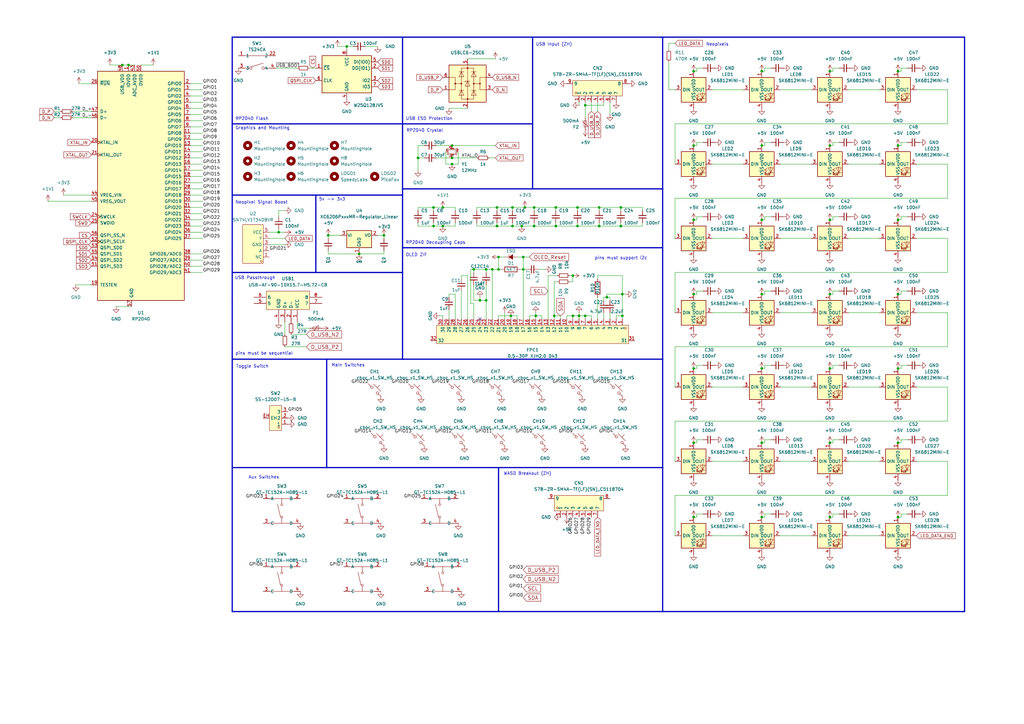
<source format=kicad_sch>
(kicad_sch (version 20231120) (generator "eeschema") (generator_version "8.0")
  (paper "A3")
  (title_block (title "SplitFox") (date "2025-02-09") (rev "1") (company "Speedy Labs"))
  (lib_symbols
    (symbol "+5V_1" (power) (pin_numbers hide) (pin_names (offset 0) hide)
      (property "Value" "+5V" (at 0 3.556 0))
      (symbol "+5V_1_1_1"
        (pin power_in line (at 0 0 90) (length 0) (name "~") (number "1"))
      )
    )
    (symbol "+5V_2" (power) (pin_numbers hide) (pin_names (offset 0) hide)
      (property "Value" "+5V" (at 0 3.556 0))
      (symbol "+5V_2_1_1"
        (pin power_in line (at 0 0 90) (length 0) (name "~") (number "1"))
      )
    )
    (symbol "+5V_3" (power) (pin_numbers hide) (pin_names (offset 0) hide)
      (property "Value" "+5V" (at 0 3.556 0))
      (symbol "+5V_3_1_1"
        (pin power_in line (at 0 0 90) (length 0) (name "~") (number "1"))
      )
    )
    (symbol "+5V_4" (power) (pin_numbers hide) (pin_names (offset 0) hide)
      (property "Value" "+5V" (at 0 3.556 0))
      (symbol "+5V_4_1_1"
        (pin power_in line (at 0 0 90) (length 0) (name "~") (number "1"))
      )
    )
    (symbol "Device:C_Small" (pin_numbers hide) (pin_names (offset 0.254) hide)
      (property "Reference" "C" (at 0.254 1.778 0))
      (property "Value" "C_Small" (at 0.254 -2.032 0))
      (symbol "C_Small_1_1"
        (pin passive line (at 0 2.54 270) (length 2.032) (name "~") (number "1"))
        (pin passive line (at 0 -2.54 90) (length 2.032) (name "~") (number "2"))
      )
    )
    (symbol "Device:Crystal_GND24_Small" (pin_names (offset 1.016) hide)
      (property "Reference" "Y" (at 1.27 4.445 0))
      (property "Value" "Crystal_GND24_Small" (at 1.27 2.54 0))
      (symbol "Crystal_GND24_Small_1_1"
        (pin passive line (at -2.54 0 0) (length 1.27) (name "1") (number "1"))
        (pin passive line (at 0 -2.54 90) (length 0.635) (name "2") (number "2"))
        (pin passive line (at 2.54 0 180) (length 1.27) (name "3") (number "3"))
        (pin passive line (at 0 2.54 270) (length 0.635) (name "4") (number "4"))
      )
    )
    (symbol "Device:Polyfuse_Small" (pin_numbers hide) (pin_names (offset 0))
      (property "Reference" "F" (at -1.905 0 90))
      (property "Value" "Polyfuse_Small" (at 1.905 0 90))
      (symbol "Polyfuse_Small_1_1"
        (pin passive line (at 0 2.54 270) (length 0.635) (name "~") (number "1"))
        (pin passive line (at 0 -2.54 90) (length 0.635) (name "~") (number "2"))
      )
    )
    (symbol "Device:R_Small" (pin_numbers hide) (pin_names (offset 0.254) hide)
      (property "Reference" "R" (at 0.762 0.508 0))
      (property "Value" "R_Small" (at 0.762 -1.016 0))
      (symbol "R_Small_1_1"
        (pin passive line (at 0 2.54 270) (length 0.762) (name "~") (number "1"))
        (pin passive line (at 0 -2.54 90) (length 0.762) (name "~") (number "2"))
      )
    )
    (symbol "GND_1" (power) (pin_numbers hide) (pin_names (offset 0) hide)
      (property "Value" "GND" (at 0 -3.81 0))
      (symbol "GND_1_1_1"
        (pin power_in line (at 0 0 270) (length 0) (name "~") (number "1"))
      )
    )
    (symbol "GND_10" (power) (pin_numbers hide) (pin_names (offset 0) hide)
      (property "Value" "GND" (at 0 -3.81 0))
      (symbol "GND_10_1_1"
        (pin power_in line (at 0 0 270) (length 0) (name "~") (number "1"))
      )
    )
    (symbol "GND_2" (power) (pin_numbers hide) (pin_names (offset 0) hide)
      (property "Value" "GND" (at 0 -3.81 0))
      (symbol "GND_2_1_1"
        (pin power_in line (at 0 0 270) (length 0) (name "~") (number "1"))
      )
    )
    (symbol "GND_3" (power) (pin_names (offset 0))
      (property "Value" "GND_3" (at 0 -3.81 0))
      (symbol "GND_3_1_1"
        (pin power_in line (at 0 0 270) (length 0) hide (name "GND") (number "1"))
      )
    )
    (symbol "GND_4" (power) (pin_names (offset 0))
      (property "Value" "GND_4" (at 0 -3.81 0))
      (symbol "GND_4_1_1"
        (pin power_in line (at 0 0 270) (length 0) hide (name "GND") (number "1"))
      )
    )
    (symbol "GND_5" (power) (pin_numbers hide) (pin_names (offset 0) hide)
      (property "Value" "GND" (at 0 -3.81 0))
      (symbol "GND_5_1_1"
        (pin power_in line (at 0 0 270) (length 0) (name "~") (number "1"))
      )
    )
    (symbol "GND_6" (power) (pin_numbers hide) (pin_names (offset 0) hide)
      (property "Value" "GND" (at 0 -3.81 0))
      (symbol "GND_6_1_1"
        (pin power_in line (at 0 0 270) (length 0) (name "~") (number "1"))
      )
    )
    (symbol "GND_7" (power) (pin_numbers hide) (pin_names (offset 0) hide)
      (property "Value" "GND" (at 0 -3.81 0))
      (symbol "GND_7_1_1"
        (pin power_in line (at 0 0 270) (length 0) (name "~") (number "1"))
      )
    )
    (symbol "GND_8" (power) (pin_numbers hide) (pin_names (offset 0) hide)
      (property "Value" "GND" (at 0 -3.81 0))
      (symbol "GND_8_1_1"
        (pin power_in line (at 0 0 270) (length 0) (name "~") (number "1"))
      )
    )
    (symbol "GND_9" (power) (pin_numbers hide) (pin_names (offset 0) hide)
      (property "Value" "GND" (at 0 -3.81 0))
      (symbol "GND_9_1_1"
        (pin power_in line (at 0 0 270) (length 0) (name "~") (number "1"))
      )
    )
    (symbol "Mechanical:MountingHole" (pin_names (offset 1.016))
      (property "Reference" "H" (at 0 5.08 0))
      (property "Value" "MountingHole" (at 0 3.175 0))
    )
    (symbol "Memory_Flash:W25Q128JVS"
      (property "Reference" "U" (at -8.89 8.89 0))
      (property "Value" "W25Q128JVS" (at 7.62 8.89 0))
      (symbol "W25Q128JVS_1_1"
        (pin input line (at -12.7 2.54 0) (length 2.54) (name "~{CS}") (number "1"))
        (pin bidirectional line (at 12.7 2.54 180) (length 2.54) (name "DO(IO1)") (number "2"))
        (pin bidirectional line (at 12.7 -2.54 180) (length 2.54) (name "IO2") (number "3"))
        (pin power_in line (at 0 -10.16 90) (length 2.54) (name "GND") (number "4"))
        (pin bidirectional line (at 12.7 5.08 180) (length 2.54) (name "DI(IO0)") (number "5"))
        (pin input line (at -12.7 -2.54 0) (length 2.54) (name "CLK") (number "6"))
        (pin bidirectional line (at 12.7 -5.08 180) (length 2.54) (name "IO3") (number "7"))
        (pin power_in line (at 0 10.16 270) (length 2.54) (name "VCC") (number "8"))
      )
    )
    (symbol "MountingHole_1" (pin_names (offset 1.016)) (exclude_from_sim yes) (in_bom no)
      (property "Reference" "H" (at 0 5.08 0))
      (property "Value" "MountingHole" (at 0 3.175 0))
    )
    (symbol "PCM_marbastlib-choc:choc_v1_SW_HS_CPG135001S30" (pin_numbers hide) (pin_names (offset 1.016) hide)
      (property "Reference" "CH" (at 3.048 1.016 0))
      (property "Value" "choc_v1_SW_HS" (at 0 -3.81 0))
      (symbol "choc_v1_SW_HS_CPG135001S30_0_1"
        (pin passive line (at -2.54 2.54 0) (length 0) (name "1") (number "1"))
        (pin passive line (at 2.54 -2.54 180) (length 0) (name "2") (number "2"))
      )
    )
    (symbol "PCM_marbastlib-various:SK6812MINI-E"
      (property "Reference" "LED" (at 2.54 6.35 0))
      (property "Value" "SK6812MINI-E" (at 7.62 -6.35 0))
      (symbol "SK6812MINI-E_0_0"
        (text "RGB" (at 2.286 -4.191 0) (effects (font (size 0.762 0.762))))
      )
      (symbol "SK6812MINI-E_1_1"
        (pin power_in line (at 0 7.62 270) (length 2.54) (name "VDD") (number "1"))
        (pin output line (at 7.62 0 180) (length 2.54) (name "DOUT") (number "2"))
        (pin input line (at -7.62 0 0) (length 2.54) (name "DIN") (number "3"))
        (pin power_in line (at 0 -7.62 90) (length 2.54) (name "VSS") (number "4"))
      )
    )
    (symbol "Power_Protection:USBLC6-2SC6" (pin_names hide)
      (property "Reference" "U" (at 2.54 8.89 0))
      (property "Value" "USBLC6-2SC6" (at 2.54 -8.89 0))
      (symbol "USBLC6-2SC6_1_1"
        (pin passive line (at -10.16 -2.54 0) (length 2.54) (name "I/O1") (number "1"))
        (pin passive line (at 0 -10.16 90) (length 2.54) (name "GND") (number "2"))
        (pin passive line (at 10.16 -2.54 180) (length 2.54) (name "I/O2") (number "3"))
        (pin passive line (at 10.16 2.54 180) (length 2.54) (name "I/O2") (number "4"))
        (pin passive line (at 0 10.16 270) (length 2.54) (name "VBUS") (number "5"))
        (pin passive line (at -10.16 2.54 0) (length 2.54) (name "I/O1") (number "6"))
      )
    )
    (symbol "SSD1306_SPI_Breakout-rescue:C_Small" (pin_numbers hide) (pin_names (offset 0.254) hide)
      (property "Reference" "C" (at 0.254 1.778 0))
      (property "Value" "C_Small" (at 0.254 -2.032 0))
      (symbol "C_Small_1_1"
        (pin passive line (at 0 2.54 270) (length 1.905) (name "~") (number "1"))
        (pin passive line (at 0 -2.54 90) (length 2.032) (name "~") (number "2"))
      )
    )
    (symbol "SSD1306_SPI_Breakout-rescue:D_Small" (pin_numbers hide) (pin_names (offset 0.254) hide)
      (property "Reference" "D" (at -1.27 2.032 0))
      (property "Value" "D_Small" (at -3.81 -2.032 0))
      (symbol "D_Small_1_1"
        (pin passive line (at -2.54 0 0) (length 1.778) (name "K") (number "1"))
        (pin passive line (at 2.54 0 180) (length 1.778) (name "A") (number "2"))
      )
    )
    (symbol "SSD1306_SPI_Breakout-rescue:GND" (power) (pin_names (offset 0))
      (property "Value" "GND" (at 0 -3.81 0))
      (symbol "GND_1_1"
        (pin power_in line (at 0 0 270) (length 0) hide (name "GND") (number "1"))
      )
    )
    (symbol "SSD1306_SPI_Breakout-rescue:R" (pin_numbers hide) (pin_names (offset 0))
      (property "Reference" "R" (at 2.032 0 90))
      (property "Value" "R" (at 0 0 90))
      (symbol "R_1_1"
        (pin passive line (at 0 3.81 270) (length 1.27) (name "~") (number "1"))
        (pin passive line (at 0 -3.81 90) (length 1.27) (name "~") (number "2"))
      )
    )
    (symbol "Sleep-lib:RP2040" (pin_names (offset 1.016))
      (property "Reference" "U" (at 8.89 51.435 0))
      (property "Value" "RP2040" (at 8.89 48.895 0))
      (symbol "RP2040_1_1"
        (pin power_in line (at -5.08 50.8 270) (length 2.54) (name "IOVDD") (number "1"))
        (pin power_in line (at -5.08 50.8 270) (length 2.54) hide (name "IOVDD") (number "10"))
        (pin input line (at 20.32 22.86 180) (length 2.54) (name "GPIO8") (number "11"))
        (pin input line (at 20.32 20.32 180) (length 2.54) (name "GPIO9") (number "12"))
        (pin input line (at 20.32 17.78 180) (length 2.54) (name "GPIO10") (number "13"))
        (pin input line (at 20.32 15.24 180) (length 2.54) (name "GPIO11") (number "14"))
        (pin input line (at 20.32 12.7 180) (length 2.54) (name "GPIO12") (number "15"))
        (pin input line (at 20.32 10.16 180) (length 2.54) (name "GPIO13") (number "16"))
        (pin input line (at 20.32 7.62 180) (length 2.54) (name "GPIO14") (number "17"))
        (pin input line (at 20.32 5.08 180) (length 2.54) (name "GPIO15") (number "18"))
        (pin input line (at -20.32 -39.37 0) (length 2.54) (name "TESTEN") (number "19"))
        (pin input line (at 20.32 43.18 180) (length 2.54) (name "GPIO0") (number "2"))
        (pin input clock (at -20.32 19.05 0) (length 2.54) (name "XTAL_IN") (number "20"))
        (pin input clock (at -20.32 13.97 0) (length 2.54) (name "XTAL_OUT") (number "21"))
        (pin power_in line (at -5.08 50.8 270) (length 2.54) hide (name "IOVDD") (number "22"))
        (pin power_in line (at 0 50.8 270) (length 2.54) hide (name "DVDD") (number "23"))
        (pin input clock (at -20.32 -11.43 0) (length 2.54) (name "SWCLK") (number "24"))
        (pin bidirectional line (at -20.32 -13.97 0) (length 2.54) (name "SWDIO") (number "25"))
        (pin input line (at -20.32 43.18 0) (length 2.54) (name "~{RUN}") (number "26"))
        (pin input line (at 20.32 2.54 180) (length 2.54) (name "GPIO16") (number "27"))
        (pin input line (at 20.32 0 180) (length 2.54) (name "GPIO17") (number "28"))
        (pin input line (at 20.32 -2.54 180) (length 2.54) (name "GPIO18") (number "29"))
        (pin input line (at 20.32 40.64 180) (length 2.54) (name "GPIO1") (number "3"))
        (pin input line (at 20.32 -5.08 180) (length 2.54) (name "GPIO19") (number "30"))
        (pin input line (at 20.32 -7.62 180) (length 2.54) (name "GPIO20") (number "31"))
        (pin input line (at 20.32 -10.16 180) (length 2.54) (name "GPIO21") (number "32"))
        (pin power_in line (at -5.08 50.8 270) (length 2.54) hide (name "IOVDD") (number "33"))
        (pin input line (at 20.32 -12.7 180) (length 2.54) (name "GPIO22") (number "34"))
        (pin input line (at 20.32 -15.24 180) (length 2.54) (name "GPIO23") (number "35"))
        (pin input line (at 20.32 -17.78 180) (length 2.54) (name "GPIO24") (number "36"))
        (pin input line (at 20.32 -20.32 180) (length 2.54) (name "GPIO25") (number "37"))
        (pin input line (at 20.32 -26.67 180) (length 2.54) (name "GPIO26/ADC0") (number "38"))
        (pin input line (at 20.32 -29.21 180) (length 2.54) (name "GPIO27/ADC1") (number "39"))
        (pin input line (at 20.32 38.1 180) (length 2.54) (name "GPIO2") (number "4"))
        (pin input line (at 20.32 -31.75 180) (length 2.54) (name "GPIO28/ADC2") (number "40"))
        (pin input line (at 20.32 -34.29 180) (length 2.54) (name "GPIO29/ADC3") (number "41"))
        (pin power_in line (at -5.08 50.8 270) (length 2.54) hide (name "IOVDD") (number "42"))
        (pin power_in line (at -2.54 50.8 270) (length 2.54) (name "ADC_AVDD") (number "43"))
        (pin power_in line (at -20.32 -2.54 0) (length 2.54) (name "VREG_VIN") (number "44"))
        (pin power_out line (at -20.32 -5.08 0) (length 2.54) (name "VREG_VOUT") (number "45"))
        (pin bidirectional line (at -20.32 29.21 0) (length 2.54) (name "D-") (number "46"))
        (pin bidirectional line (at -20.32 31.75 0) (length 2.54) (name "D+") (number "47"))
        (pin power_in line (at -7.62 50.8 270) (length 2.54) (name "USB_VDD") (number "48"))
        (pin power_in line (at -5.08 50.8 270) (length 2.54) hide (name "IOVDD") (number "49"))
        (pin input line (at 20.32 35.56 180) (length 2.54) (name "GPIO3") (number "5"))
        (pin power_in line (at 0 50.8 270) (length 2.54) (name "DVDD") (number "50"))
        (pin bidirectional line (at -20.32 -31.75 0) (length 2.54) (name "QSPI_SD3") (number "51"))
        (pin input clock (at -20.32 -21.59 0) (length 2.54) (name "QSPI_SCLK") (number "52"))
        (pin bidirectional line (at -20.32 -24.13 0) (length 2.54) (name "QSPI_SD0") (number "53"))
        (pin bidirectional line (at -20.32 -29.21 0) (length 2.54) (name "QSPI_SD2") (number "54"))
        (pin bidirectional line (at -20.32 -26.67 0) (length 2.54) (name "QSPI_SD1") (number "55"))
        (pin bidirectional line (at -20.32 -19.05 0) (length 2.54) (name "QSPI_SS_N") (number "56"))
        (pin power_in line (at -3.81 -48.26 90) (length 2.54) (name "GND") (number "57"))
        (pin input line (at 20.32 33.02 180) (length 2.54) (name "GPIO4") (number "6"))
        (pin input line (at 20.32 30.48 180) (length 2.54) (name "GPIO5") (number "7"))
        (pin input line (at 20.32 27.94 180) (length 2.54) (name "GPIO6") (number "8"))
        (pin input line (at 20.32 25.4 180) (length 2.54) (name "GPIO7") (number "9"))
      )
    )
    (symbol "easyeda:0.5-30PXJH2.0043"
      (property "Reference" "FPC" (at 0 46.99 0))
      (property "Value" "0.5-30P XJH2.0 043" (at 0 -46.99 0))
      (symbol "0.5-30PXJH2.0043_0_1"
        (pin unspecified line (at -5.08 36.83 0) (length 2.54) (name "1") (number "1"))
        (pin unspecified line (at -5.08 13.97 0) (length 2.54) (name "10") (number "10"))
        (pin unspecified line (at -5.08 11.43 0) (length 2.54) (name "11") (number "11"))
        (pin unspecified line (at -5.08 8.89 0) (length 2.54) (name "12") (number "12"))
        (pin unspecified line (at -5.08 6.35 0) (length 2.54) (name "13") (number "13"))
        (pin unspecified line (at -5.08 3.81 0) (length 2.54) (name "14") (number "14"))
        (pin unspecified line (at -5.08 1.27 0) (length 2.54) (name "15") (number "15"))
        (pin unspecified line (at -5.08 -1.27 0) (length 2.54) (name "16") (number "16"))
        (pin unspecified line (at -5.08 -3.81 0) (length 2.54) (name "17") (number "17"))
        (pin unspecified line (at -5.08 -6.35 0) (length 2.54) (name "18") (number "18"))
        (pin unspecified line (at -5.08 -8.89 0) (length 2.54) (name "19") (number "19"))
        (pin unspecified line (at -5.08 34.29 0) (length 2.54) (name "2") (number "2"))
        (pin unspecified line (at -5.08 -11.43 0) (length 2.54) (name "20") (number "20"))
        (pin unspecified line (at -5.08 -13.97 0) (length 2.54) (name "21") (number "21"))
        (pin unspecified line (at -5.08 -16.51 0) (length 2.54) (name "22") (number "22"))
        (pin unspecified line (at -5.08 -19.05 0) (length 2.54) (name "23") (number "23"))
        (pin unspecified line (at -5.08 -21.59 0) (length 2.54) (name "24") (number "24"))
        (pin unspecified line (at -5.08 -24.13 0) (length 2.54) (name "25") (number "25"))
        (pin unspecified line (at -5.08 -26.67 0) (length 2.54) (name "26") (number "26"))
        (pin unspecified line (at -5.08 -29.21 0) (length 2.54) (name "27") (number "27"))
        (pin unspecified line (at -5.08 -31.75 0) (length 2.54) (name "28") (number "28"))
        (pin unspecified line (at -5.08 -34.29 0) (length 2.54) (name "29") (number "29"))
        (pin unspecified line (at -5.08 31.75 0) (length 2.54) (name "3") (number "3"))
        (pin unspecified line (at -5.08 -36.83 0) (length 2.54) (name "30") (number "30"))
        (pin unspecified line (at 3.81 41.91 270) (length 2.54) (name "31") (number "31"))
        (pin unspecified line (at 3.81 -41.91 90) (length 2.54) (name "32") (number "32"))
        (pin unspecified line (at -5.08 29.21 0) (length 2.54) (name "4") (number "4"))
        (pin unspecified line (at -5.08 26.67 0) (length 2.54) (name "5") (number "5"))
        (pin unspecified line (at -5.08 24.13 0) (length 2.54) (name "6") (number "6"))
        (pin unspecified line (at -5.08 21.59 0) (length 2.54) (name "7") (number "7"))
        (pin unspecified line (at -5.08 19.05 0) (length 2.54) (name "8") (number "8"))
        (pin unspecified line (at -5.08 16.51 0) (length 2.54) (name "9") (number "9"))
      )
    )
    (symbol "easyeda:GT-TC152A-H085-L1"
      (property "Reference" "SW" (at 0 10.16 0))
      (property "Value" "GT-TC152A-H085-L1" (at 0 -10.16 0))
      (symbol "GT-TC152A-H085-L1_0_1"
        (pin unspecified line (at -7.62 5.08 0) (length 2.54) (name "A") (number "1"))
        (pin unspecified line (at 7.62 5.08 180) (length 2.54) (name "B") (number "2"))
        (pin unspecified line (at -7.62 -5.08 0) (length 2.54) (name "C") (number "3"))
        (pin unspecified line (at 7.62 -5.08 180) (length 2.54) (name "D") (number "4"))
      )
    )
    (symbol "easyeda:S7B-ZR-SM4A-TF(LF)(SN)_C5118704"
      (property "Reference" "CN" (at 0 17.78 0))
      (property "Value" "S7B-ZR-SM4A-TF(LF)(SN)_C5118704" (at 0 -17.78 0))
      (symbol "S7B-ZR-SM4A-TF(LF)(SN)_C5118704_0_1"
        (pin unspecified line (at -3.81 7.62 0) (length 2.54) (name "1") (number "1"))
        (pin unspecified line (at -3.81 5.08 0) (length 2.54) (name "2") (number "2"))
        (pin unspecified line (at -3.81 2.54 0) (length 2.54) (name "3") (number "3"))
        (pin unspecified line (at -3.81 0 0) (length 2.54) (name "4") (number "4"))
        (pin unspecified line (at -3.81 -2.54 0) (length 2.54) (name "5") (number "5"))
        (pin unspecified line (at -3.81 -5.08 0) (length 2.54) (name "6") (number "6"))
        (pin unspecified line (at -3.81 -7.62 0) (length 2.54) (name "7") (number "7"))
        (pin unspecified line (at 3.81 -12.7 90) (length 2.54) (name "8") (number "8"))
        (pin unspecified line (at 3.81 12.7 270) (length 2.54) (name "9") (number "9"))
      )
    )
    (symbol "easyeda:SN74LV1T34DBVR"
      (property "Reference" "U" (at 0 10.16 0))
      (property "Value" "SN74LV1T34DBVR" (at 0 -10.16 0))
      (symbol "SN74LV1T34DBVR_0_1"
        (pin unspecified line (at -5.08 5.08 0) (length 2.54) (name "NC") (number "1"))
        (pin unspecified line (at -5.08 2.54 0) (length 2.54) (name "A") (number "2"))
        (pin unspecified line (at -5.08 0 0) (length 2.54) (name "GND") (number "3"))
        (pin unspecified line (at -5.08 -2.54 0) (length 2.54) (name "Y") (number "4"))
        (pin unspecified line (at -5.08 -5.08 0) (length 2.54) (name "VCC") (number "5"))
      )
    )
    (symbol "easyeda:SS-12D07-L5-B"
      (property "Reference" "SW" (at 0 11.43 0))
      (property "Value" "SS-12D07-L5-B" (at 0 -8.89 0))
      (symbol "SS-12D07-L5-B_0_1"
        (pin unspecified line (at -2.54 -3.81 90) (length 2.54) (name "1") (number "1"))
        (pin unspecified line (at 0 -3.81 90) (length 2.54) (name "2") (number "2"))
        (pin unspecified line (at 2.54 -3.81 90) (length 2.54) (name "3") (number "3"))
        (pin unspecified line (at 0 6.35 270) (length 2.54) (name "EH") (number "EH"))
      )
    )
    (symbol "easyeda:TS24CA"
      (property "Reference" "SW" (at 0 7.62 0))
      (property "Value" "TS24CA" (at 0 -7.62 0))
      (symbol "TS24CA_0_1"
        (pin unspecified line (at -7.62 2.54 0) (length 2.54) (name "1") (number "1"))
        (pin unspecified line (at 7.62 2.54 180) (length 2.54) (name "2") (number "22"))
        (pin unspecified line (at -7.62 -2.54 0) (length 2.54) (name "3") (number "3"))
        (pin unspecified line (at 7.62 -2.54 180) (length 2.54) (name "4") (number "4"))
      )
    )
    (symbol "easyeda:USB-AF-90-10X15.7-H5.72-CB"
      (property "Reference" "USB" (at 0 10.16 0))
      (property "Value" "USB-AF-90-10X15.7-H5.72-CB" (at 0 -10.16 0))
      (symbol "USB-AF-90-10X15.7-H5.72-CB_0_1"
        (pin unspecified line (at 5.08 -5.08 90) (length 5.08) (name "VCC") (number "1"))
        (pin unspecified line (at 2.54 -5.08 90) (length 5.08) (name "D-") (number "2"))
        (pin unspecified line (at 0 -5.08 90) (length 5.08) (name "D+") (number "3"))
        (pin unspecified line (at -2.54 -5.08 90) (length 5.08) (name "GND") (number "4"))
        (pin unspecified line (at -12.7 2.54 0) (length 5.08) (name "5") (number "5"))
        (pin unspecified line (at -12.7 5.08 0) (length 5.08) (name "6") (number "6"))
        (pin unspecified line (at 15.24 2.54 180) (length 5.08) (name "7") (number "7"))
        (pin unspecified line (at 15.24 5.08 180) (length 5.08) (name "8") (number "8"))
      )
    )
    (symbol "kicad-keyboard-parts:XC6206PxxxMR-Regulator_Linear" (pin_names (offset 0.254))
      (property "Reference" "U" (at -3.81 3.175 0))
      (property "Value" "XC6206PxxxMR-Regulator_Linear" (at 0 3.175 0))
      (property "LCSC" "C5446" (at 0 0 0))
      (symbol "XC6206PxxxMR-Regulator_Linear_1_1"
        (pin power_in line (at 0 -7.62 90) (length 2.54) (name "GND") (number "1"))
        (pin power_out line (at 7.62 0 180) (length 2.54) (name "VO") (number "2"))
        (pin power_in line (at -7.62 0 0) (length 2.54) (name "VI") (number "3"))
      )
    )
    (symbol "power:+1V1" (power) (pin_names (offset 0))
      (property "Value" "+1V1" (at 0 3.556 0))
      (symbol "+1V1_1_1"
        (pin power_in line (at 0 0 90) (length 0) hide (name "+1V1") (number "1"))
      )
    )
    (symbol "power:+3.3V" (power) (pin_names (offset 0))
      (property "Value" "+3.3V" (at 0 3.556 0))
      (symbol "+3.3V_1_1"
        (pin power_in line (at 0 0 90) (length 0) hide (name "+3V3") (number "1"))
      )
    )
    (symbol "power:+3V3" (power) (pin_names (offset 0))
      (property "Value" "+3V3" (at 0 3.556 0))
      (symbol "+3V3_1_1"
        (pin power_in line (at 0 0 90) (length 0) hide (name "+3V3") (number "1"))
      )
    )
    (symbol "power:+5V" (power) (pin_names (offset 0))
      (property "Value" "+5V" (at 0 3.556 0))
      (symbol "+5V_1_1"
        (pin power_in line (at 0 0 90) (length 0) hide (name "+5V") (number "1"))
      )
    )
    (symbol "power:GND" (power) (pin_names (offset 0))
      (property "Value" "GND" (at 0 -3.81 0))
      (symbol "GND_1_1"
        (pin power_in line (at 0 0 270) (length 0) hide (name "GND") (number "1"))
      )
    )
  )
  (junction (at 340.36 90.17))
  (junction (at 185.42 67.31))
  (junction (at 185.42 64.77))
  (junction (at 52.705 26.67))
  (junction (at 255.27 120.65))
  (junction (at 312.42 90.17))
  (junction (at 213.995 92.71))
  (junction (at 368.3 212.09))
  (junction (at 284.48 29.21))
  (junction (at 210.185 92.71))
  (junction (at 248.92 121.92))
  (junction (at 340.36 212.09))
  (junction (at 227.965 92.71))
  (junction (at 227.965 85.09))
  (junction (at 236.855 92.71))
  (junction (at 368.3 120.65))
  (junction (at 245.745 85.09))
  (junction (at 236.855 85.09))
  (junction (at 114.3 95.25))
  (junction (at 245.745 92.71))
  (junction (at 312.42 29.21))
  (junction (at 312.42 120.65))
  (junction (at 142.24 19.05))
  (junction (at 312.42 151.13))
  (junction (at 194.31 110.49))
  (junction (at 203.835 85.09))
  (junction (at 199.39 110.49))
  (junction (at 210.185 85.09))
  (junction (at 284.48 59.69))
  (junction (at 234.95 113.03))
  (junction (at 204.47 105.41))
  (junction (at 368.3 59.69))
  (junction (at 204.47 110.49))
  (junction (at 284.48 90.17))
  (junction (at 201.93 110.49))
  (junction (at 177.8 85.09))
  (junction (at 219.71 129.54))
  (junction (at 214.63 105.41))
  (junction (at 240.03 43.18))
  (junction (at 171.45 64.77))
  (junction (at 157.48 96.52) (diameter 0.9144))
  (junction (at 255.27 129.54))
  (junction (at 215.265 85.09))
  (junction (at 312.42 212.09))
  (junction (at 203.835 92.71))
  (junction (at 284.48 120.65))
  (junction (at 227.33 129.54))
  (junction (at 284.48 212.09))
  (junction (at 340.36 120.65))
  (junction (at 209.55 129.54))
  (junction (at 196.85 123.19))
  (junction (at 368.3 151.13))
  (junction (at 219.075 85.09))
  (junction (at 368.3 90.17))
  (junction (at 312.42 181.61))
  (junction (at 312.42 59.69))
  (junction (at 340.36 181.61))
  (junction (at 214.63 110.49))
  (junction (at 50.165 26.67))
  (junction (at 219.075 92.71))
  (junction (at 237.49 129.54))
  (junction (at 340.36 151.13))
  (junction (at 368.3 181.61))
  (junction (at 254.635 92.71))
  (junction (at 177.8 92.71))
  (junction (at 147.32 104.14) (diameter 0.9144))
  (junction (at 254.635 85.09))
  (junction (at 181.61 85.09))
  (junction (at 185.42 59.69))
  (junction (at 284.48 181.61))
  (junction (at 340.36 29.21))
  (junction (at 368.3 29.21))
  (junction (at 340.36 59.69))
  (junction (at 181.61 92.71))
  (junction (at 199.39 123.19))
  (junction (at 234.95 129.54))
  (junction (at 240.03 129.54))
  (junction (at 284.48 151.13))
  (junction (at 134.62 96.52) (diameter 0.9144))
  (no_connect (at 196.85 130.81))
  (wire (pts (xy 320.04 128.27) (xy 332.74 128.27)))
  (wire (pts (xy 388.62 50.8) (xy 388.62 36.83)))
  (wire (pts (xy 369.57 210.82) (xy 372.11 210.82)))
  (wire (pts (xy 83.185 85.09) (xy 78.105 85.09)))
  (wire (pts (xy 341.63 149.86) (xy 344.17 149.86)))
  (wire (pts (xy 320.04 189.23) (xy 332.74 189.23)))
  (wire (pts (xy 201.93 110.49) (xy 204.47 110.49)))
  (wire (pts (xy 214.63 110.49) (xy 214.63 130.81)))
  (wire (pts (xy 340.36 59.69) (xy 341.63 59.69)))
  (wire (pts (xy 184.15 130.81) (xy 184.15 127)))
  (wire (pts (xy 369.57 212.09) (xy 369.57 210.82)))
  (wire (pts (xy 285.75 151.13) (xy 285.75 149.86)))
  (wire (pts (xy 320.04 219.71) (xy 332.74 219.71)))
  (polyline (pts (xy 395.605 250.825) (xy 395.605 15.24)) (stroke (width 0.5) (type solid)))
  (wire (pts (xy 209.55 129.54) (xy 212.09 129.54)))
  (wire (pts (xy 194.31 116.84) (xy 194.31 123.19)))
  (wire (pts (xy 219.075 85.09) (xy 227.965 85.09)))
  (wire (pts (xy 227.965 85.09) (xy 227.965 86.36)))
  (wire (pts (xy 22.225 48.26) (xy 24.765 48.26)))
  (polyline (pts (xy 165.1 15.24) (xy 218.44 15.24)) (stroke (width 0.5) (type solid)))
  (wire (pts (xy 223.52 110.49) (xy 220.98 110.49)))
  (wire (pts (xy 250.19 41.91) (xy 250.19 46.99)))
  (wire (pts (xy 113.03 27.94) (xy 121.92 27.94)))
  (wire (pts (xy 78.105 82.55) (xy 83.185 82.55)))
  (wire (pts (xy 276.86 50.8) (xy 388.62 50.8)))
  (wire (pts (xy 292.1 97.79) (xy 304.8 97.79)))
  (wire (pts (xy 179.07 64.77) (xy 185.42 64.77)))
  (wire (pts (xy 185.42 64.77) (xy 195.58 64.77)))
  (wire (pts (xy 200.66 64.77) (xy 203.2 64.77)))
  (wire (pts (xy 203.835 91.44) (xy 203.835 92.71)))
  (wire (pts (xy 184.15 120.65) (xy 184.15 121.92)))
  (wire (pts (xy 274.32 25.4) (xy 274.32 36.83)))
  (wire (pts (xy 320.04 97.79) (xy 332.74 97.79)))
  (wire (pts (xy 237.49 128.27) (xy 237.49 129.54)))
  (wire (pts (xy 285.75 90.17) (xy 285.75 88.9)))
  (wire (pts (xy 245.11 41.91) (xy 245.11 45.72)))
  (wire (pts (xy 245.745 85.09) (xy 254.635 85.09)))
  (wire (pts (xy 254.635 85.09) (xy 254.635 86.36)))
  (wire (pts (xy 236.855 85.09) (xy 245.745 85.09)))
  (wire (pts (xy 227.965 85.09) (xy 236.855 85.09)))
  (polyline (pts (xy 204.47 250.825) (xy 204.47 191.77)) (stroke (width 0.5) (type solid)))
  (wire (pts (xy 78.105 52.07) (xy 83.185 52.07)))
  (wire (pts (xy 276.86 111.76) (xy 388.62 111.76)))
  (wire (pts (xy 274.32 17.78) (xy 276.86 17.78)))
  (wire (pts (xy 171.45 64.77) (xy 171.45 69.85)))
  (wire (pts (xy 341.63 180.34) (xy 344.17 180.34)))
  (wire (pts (xy 313.69 59.69) (xy 313.69 58.42)))
  (wire (pts (xy 312.42 29.21) (xy 313.69 29.21)))
  (wire (pts (xy 285.75 58.42) (xy 288.29 58.42)))
  (wire (pts (xy 83.185 109.22) (xy 78.105 109.22)))
  (wire (pts (xy 247.65 123.19) (xy 247.65 121.92)))
  (wire (pts (xy 388.62 142.24) (xy 388.62 128.27)))
  (wire (pts (xy 83.185 90.17) (xy 78.105 90.17)))
  (wire (pts (xy 255.27 129.54) (xy 252.73 129.54)))
  (wire (pts (xy 292.1 36.83) (xy 304.8 36.83)))
  (wire (pts (xy 368.3 120.65) (xy 369.57 120.65)))
  (wire (pts (xy 285.75 181.61) (xy 285.75 180.34)))
  (wire (pts (xy 134.62 96.52) (xy 139.7 96.52)))
  (wire (pts (xy 193.04 124.46) (xy 194.31 124.46)))
  (wire (pts (xy 375.92 67.31) (xy 388.62 67.31)))
  (wire (pts (xy 29.845 45.72) (xy 37.465 45.72)))
  (wire (pts (xy 240.03 129.54) (xy 242.57 129.54)))
  (wire (pts (xy 193.04 110.49) (xy 193.04 124.46)))
  (wire (pts (xy 250.19 121.92) (xy 250.19 123.19)))
  (wire (pts (xy 212.09 129.54) (xy 212.09 130.81)))
  (wire (pts (xy 240.03 43.18) (xy 247.65 43.18)))
  (wire (pts (xy 347.98 158.75) (xy 360.68 158.75)))
  (wire (pts (xy 214.63 105.41) (xy 217.17 105.41)))
  (wire (pts (xy 116.84 132.08) (xy 116.84 137.16)))
  (wire (pts (xy 199.39 111.76) (xy 199.39 110.49)))
  (wire (pts (xy 313.69 151.13) (xy 313.69 149.86)))
  (wire (pts (xy 204.47 105.41) (xy 207.01 105.41)))
  (polyline (pts (xy 95.25 147.32) (xy 95.25 124.46)) (stroke (width 0.5) (type solid)))
  (wire (pts (xy 276.86 172.72) (xy 388.62 172.72)))
  (wire (pts (xy 194.31 110.49) (xy 199.39 110.49)))
  (wire (pts (xy 369.57 88.9) (xy 372.11 88.9)))
  (wire (pts (xy 276.86 67.31) (xy 276.86 50.8)))
  (wire (pts (xy 195.58 85.09) (xy 203.835 85.09)))
  (wire (pts (xy 341.63 88.9) (xy 344.17 88.9)))
  (wire (pts (xy 274.32 20.32) (xy 274.32 17.78)))
  (wire (pts (xy 134.62 102.87) (xy 134.62 104.14)))
  (wire (pts (xy 180.34 129.54) (xy 181.61 129.54)))
  (wire (pts (xy 285.75 180.34) (xy 288.29 180.34)))
  (polyline (pts (xy 271.78 147.32) (xy 271.78 102.87)) (stroke (width 0.5) (type solid)))
  (wire (pts (xy 207.01 128.27) (xy 207.01 130.81)))
  (wire (pts (xy 375.92 158.75) (xy 388.62 158.75)))
  (wire (pts (xy 240.03 41.91) (xy 240.03 43.18)))
  (wire (pts (xy 32.385 34.29) (xy 37.465 34.29)))
  (wire (pts (xy 247.65 121.92) (xy 248.92 121.92)))
  (wire (pts (xy 182.88 62.23) (xy 182.88 67.31)))
  (wire (pts (xy 182.88 67.31) (xy 185.42 67.31)))
  (wire (pts (xy 237.49 41.91) (xy 237.49 43.18)))
  (wire (pts (xy 347.98 189.23) (xy 360.68 189.23)))
  (wire (pts (xy 375.92 128.27) (xy 388.62 128.27)))
  (wire (pts (xy 217.17 129.54) (xy 219.71 129.54)))
  (wire (pts (xy 247.65 41.91) (xy 247.65 43.18)))
  (wire (pts (xy 285.75 27.94) (xy 288.29 27.94)))
  (wire (pts (xy 341.63 120.65) (xy 341.63 119.38)))
  (wire (pts (xy 285.75 59.69) (xy 285.75 58.42)))
  (wire (pts (xy 341.63 27.94) (xy 344.17 27.94)))
  (wire (pts (xy 341.63 59.69) (xy 341.63 58.42)))
  (wire (pts (xy 369.57 59.69) (xy 369.57 58.42)))
  (wire (pts (xy 284.48 59.69) (xy 285.75 59.69)))
  (wire (pts (xy 341.63 210.82) (xy 344.17 210.82)))
  (wire (pts (xy 369.57 181.61) (xy 369.57 180.34)))
  (wire (pts (xy 242.57 41.91) (xy 242.57 45.72)))
  (wire (pts (xy 285.75 210.82) (xy 288.29 210.82)))
  (wire (pts (xy 57.785 26.67) (xy 62.865 26.67)))
  (wire (pts (xy 234.95 113.03) (xy 234.95 115.57)))
  (wire (pts (xy 313.69 180.34) (xy 316.23 180.34)))
  (wire (pts (xy 83.185 111.76) (xy 78.105 111.76)))
  (wire (pts (xy 116.84 142.24) (xy 125.73 142.24)))
  (wire (pts (xy 177.8 91.44) (xy 177.8 92.71)))
  (wire (pts (xy 22.225 45.72) (xy 24.765 45.72)))
  (polyline (pts (xy 271.78 102.87) (xy 271.78 77.47)) (stroke (width 0.5) (type solid)))
  (wire (pts (xy 369.57 180.34) (xy 372.11 180.34)))
  (wire (pts (xy 50.165 26.67) (xy 52.705 26.67)))
  (wire (pts (xy 45.085 26.67) (xy 50.165 26.67)))
  (wire (pts (xy 52.705 26.67) (xy 55.245 26.67)))
  (wire (pts (xy 368.3 151.13) (xy 369.57 151.13)))
  (wire (pts (xy 187.96 67.31) (xy 185.42 67.31)))
  (wire (pts (xy 187.96 62.23) (xy 187.96 67.31)))
  (polyline (pts (xy 95.25 191.77) (xy 271.78 191.77)) (stroke (width 0.5) (type solid)))
  (polyline (pts (xy 165.1 50.8) (xy 218.44 50.8)) (stroke (width 0.5) (type solid)))
  (wire (pts (xy 312.42 151.13) (xy 313.69 151.13)))
  (wire (pts (xy 78.105 67.31) (xy 83.185 67.31)))
  (wire (pts (xy 252.73 129.54) (xy 252.73 130.81)))
  (wire (pts (xy 312.42 120.65) (xy 313.69 120.65)))
  (wire (pts (xy 388.62 81.28) (xy 388.62 67.31)))
  (wire (pts (xy 276.86 219.71) (xy 276.86 203.2)))
  (wire (pts (xy 255.27 120.65) (xy 256.54 120.65)))
  (wire (pts (xy 199.39 116.84) (xy 199.39 123.19)))
  (wire (pts (xy 313.69 88.9) (xy 316.23 88.9)))
  (wire (pts (xy 171.45 64.77) (xy 173.99 64.77)))
  (wire (pts (xy 173.99 59.69) (xy 171.45 59.69)))
  (wire (pts (xy 171.45 59.69) (xy 171.45 64.77)))
  (wire (pts (xy 276.86 81.28) (xy 388.62 81.28)))
  (wire (pts (xy 340.36 151.13) (xy 341.63 151.13)))
  (wire (pts (xy 199.39 123.19) (xy 199.39 130.81)))
  (wire (pts (xy 78.105 39.37) (xy 83.185 39.37)))
  (wire (pts (xy 313.69 212.09) (xy 313.69 210.82)))
  (wire (pts (xy 369.57 149.86) (xy 372.11 149.86)))
  (wire (pts (xy 203.835 85.09) (xy 203.835 86.36)))
  (wire (pts (xy 47.625 125.73) (xy 53.975 125.73)))
  (polyline (pts (xy 133.985 191.77) (xy 133.985 147.32)) (stroke (width 0.5) (type solid)))
  (polyline (pts (xy 95.25 250.825) (xy 95.25 147.32)) (stroke (width 0.5) (type solid)))
  (wire (pts (xy 347.98 97.79) (xy 360.68 97.79)))
  (wire (pts (xy 292.1 219.71) (xy 304.8 219.71)))
  (wire (pts (xy 26.035 80.01) (xy 37.465 80.01)))
  (wire (pts (xy 245.11 113.03) (xy 255.27 113.03)))
  (wire (pts (xy 78.105 44.45) (xy 83.185 44.45)))
  (wire (pts (xy 147.32 104.14) (xy 134.62 104.14)))
  (wire (pts (xy 240.03 43.18) (xy 240.03 48.26)))
  (wire (pts (xy 78.105 74.93) (xy 83.185 74.93)))
  (wire (pts (xy 369.57 90.17) (xy 369.57 88.9)))
  (wire (pts (xy 320.04 36.83) (xy 332.74 36.83)))
  (polyline (pts (xy 271.145 15.24) (xy 395.605 15.24)) (stroke (width 0.5) (type solid)))
  (wire (pts (xy 31.115 116.84) (xy 37.465 116.84)))
  (wire (pts (xy 229.87 129.54) (xy 229.87 130.81)))
  (wire (pts (xy 204.47 110.49) (xy 205.74 110.49)))
  (wire (pts (xy 341.63 90.17) (xy 341.63 88.9)))
  (wire (pts (xy 219.075 92.71) (xy 227.965 92.71)))
  (wire (pts (xy 227.965 92.71) (xy 227.965 91.44)))
  (wire (pts (xy 369.57 119.38) (xy 372.11 119.38)))
  (wire (pts (xy 138.43 19.05) (xy 142.24 19.05)))
  (wire (pts (xy 284.48 212.09) (xy 285.75 212.09)))
  (wire (pts (xy 114.3 88.9) (xy 114.3 86.36)))
  (wire (pts (xy 247.65 128.27) (xy 247.65 130.81)))
  (wire (pts (xy 313.69 181.61) (xy 313.69 180.34)))
  (wire (pts (xy 149.86 19.05) (xy 154.94 19.05)))
  (wire (pts (xy 114.3 86.36) (xy 116.84 86.36)))
  (polyline (pts (xy 165.1 147.32) (xy 165.1 102.87)) (stroke (width 0.5) (type solid)))
  (wire (pts (xy 284.48 29.21) (xy 285.75 29.21)))
  (wire (pts (xy 214.63 105.41) (xy 214.63 110.49)))
  (wire (pts (xy 388.62 172.72) (xy 388.62 158.75)))
  (wire (pts (xy 236.855 85.09) (xy 236.855 86.36)))
  (wire (pts (xy 83.185 92.71) (xy 78.105 92.71)))
  (wire (pts (xy 369.57 58.42) (xy 372.11 58.42)))
  (wire (pts (xy 234.95 129.54) (xy 237.49 129.54)))
  (wire (pts (xy 78.105 80.01) (xy 83.185 80.01)))
  (wire (pts (xy 248.92 121.92) (xy 250.19 121.92)))
  (wire (pts (xy 214.63 110.49) (xy 215.9 110.49)))
  (polyline (pts (xy 271.78 191.77) (xy 271.78 147.32)) (stroke (width 0.5) (type solid)))
  (wire (pts (xy 227.33 129.54) (xy 229.87 129.54)))
  (wire (pts (xy 204.47 105.41) (xy 204.47 110.49)))
  (wire (pts (xy 347.98 67.31) (xy 360.68 67.31)))
  (wire (pts (xy 284.48 120.65) (xy 285.75 120.65)))
  (wire (pts (xy 375.92 189.23) (xy 388.62 189.23)))
  (wire (pts (xy 341.63 58.42) (xy 344.17 58.42)))
  (wire (pts (xy 236.855 91.44) (xy 236.855 92.71)))
  (polyline (pts (xy 165.1 147.32) (xy 271.78 147.32)) (stroke (width 0.5) (type solid)))
  (polyline (pts (xy 129.54 111.76) (xy 129.54 80.01)) (stroke (width 0.5) (type solid)))
  (wire (pts (xy 210.185 91.44) (xy 210.185 92.71)))
  (wire (pts (xy 201.93 110.49) (xy 201.93 130.81)))
  (polyline (pts (xy 165.1 102.87) (xy 165.1 77.47)) (stroke (width 0.5) (type solid)))
  (wire (pts (xy 341.63 212.09) (xy 341.63 210.82)))
  (wire (pts (xy 250.19 130.81) (xy 250.19 128.27)))
  (wire (pts (xy 347.98 128.27) (xy 360.68 128.27)))
  (wire (pts (xy 78.105 64.77) (xy 83.185 64.77)))
  (wire (pts (xy 347.98 219.71) (xy 360.68 219.71)))
  (wire (pts (xy 276.86 128.27) (xy 276.86 111.76)))
  (wire (pts (xy 181.61 92.71) (xy 186.69 92.71)))
  (wire (pts (xy 186.69 92.71) (xy 186.69 91.44)))
  (wire (pts (xy 227.33 130.81) (xy 227.33 129.54)))
  (wire (pts (xy 254.635 85.09) (xy 263.525 85.09)))
  (wire (pts (xy 263.525 85.09) (xy 263.525 86.36)))
  (wire (pts (xy 219.71 129.54) (xy 222.25 129.54)))
  (wire (pts (xy 340.36 212.09) (xy 341.63 212.09)))
  (wire (pts (xy 285.75 29.21) (xy 285.75 27.94)))
  (wire (pts (xy 232.41 129.54) (xy 232.41 130.81)))
  (polyline (pts (xy 95.25 124.46) (xy 95.25 102.87)) (stroke (width 0.5) (type solid)))
  (polyline (pts (xy 95.25 77.47) (xy 95.25 15.24)) (stroke (width 0.5) (type solid)))
  (wire (pts (xy 110.49 95.25) (xy 114.3 95.25)))
  (wire (pts (xy 237.49 129.54) (xy 240.03 129.54)))
  (wire (pts (xy 78.105 34.29) (xy 83.185 34.29)))
  (wire (pts (xy 83.185 104.14) (xy 78.105 104.14)))
  (wire (pts (xy 375.92 97.79) (xy 388.62 97.79)))
  (wire (pts (xy 274.32 36.83) (xy 276.86 36.83)))
  (wire (pts (xy 341.63 119.38) (xy 344.17 119.38)))
  (wire (pts (xy 78.105 41.91) (xy 83.185 41.91)))
  (wire (pts (xy 276.86 158.75) (xy 276.86 142.24)))
  (wire (pts (xy 255.27 129.54) (xy 255.27 130.81)))
  (polyline (pts (xy 95.25 111.76) (xy 165.1 111.76)) (stroke (width 0.5) (type solid)))
  (wire (pts (xy 369.57 151.13) (xy 369.57 149.86)))
  (wire (pts (xy 284.48 151.13) (xy 285.75 151.13)))
  (wire (pts (xy 186.69 120.65) (xy 184.15 120.65)))
  (wire (pts (xy 157.48 96.52) (xy 157.48 97.79)))
  (wire (pts (xy 276.86 203.2) (xy 388.62 203.2)))
  (wire (pts (xy 292.1 189.23) (xy 304.8 189.23)))
  (wire (pts (xy 210.185 85.09) (xy 203.835 85.09)))
  (wire (pts (xy 369.57 120.65) (xy 369.57 119.38)))
  (wire (pts (xy 210.185 85.09) (xy 210.185 86.36)))
  (wire (pts (xy 203.835 92.71) (xy 210.185 92.71)))
  (polyline (pts (xy 271.78 250.825) (xy 394.97 250.825)) (stroke (width 0.5) (type solid)))
  (wire (pts (xy 285.75 149.86) (xy 288.29 149.86)))
  (wire (pts (xy 313.69 119.38) (xy 316.23 119.38)))
  (polyline (pts (xy 95.25 102.87) (xy 95.25 77.47)) (stroke (width 0.5) (type solid)))
  (wire (pts (xy 312.42 90.17) (xy 313.69 90.17)))
  (wire (pts (xy 219.075 92.71) (xy 219.075 91.44)))
  (wire (pts (xy 368.3 29.21) (xy 369.57 29.21)))
  (wire (pts (xy 245.11 121.92) (xy 245.11 130.81)))
  (wire (pts (xy 195.58 91.44) (xy 195.58 92.71)))
  (wire (pts (xy 242.57 129.54) (xy 242.57 130.81)))
  (wire (pts (xy 199.39 110.49) (xy 201.93 110.49)))
  (wire (pts (xy 368.3 59.69) (xy 369.57 59.69)))
  (wire (pts (xy 245.745 85.09) (xy 245.745 86.36)))
  (wire (pts (xy 194.31 111.76) (xy 194.31 110.49)))
  (wire (pts (xy 240.03 129.54) (xy 240.03 130.81)))
  (wire (pts (xy 219.075 85.09) (xy 219.075 86.36)))
  (wire (pts (xy 224.79 113.03) (xy 224.79 130.81)))
  (wire (pts (xy 340.36 120.65) (xy 341.63 120.65)))
  (polyline (pts (xy 95.25 50.8) (xy 165.1 50.8)) (stroke (width 0.5) (type solid)))
  (wire (pts (xy 193.04 110.49) (xy 194.31 110.49)))
  (wire (pts (xy 181.61 129.54) (xy 181.61 130.81)))
  (wire (pts (xy 227.33 115.57) (xy 228.6 115.57)))
  (wire (pts (xy 313.69 120.65) (xy 313.69 119.38)))
  (wire (pts (xy 110.49 100.33) (xy 116.84 100.33)))
  (wire (pts (xy 142.24 19.05) (xy 142.24 20.32)))
  (wire (pts (xy 245.745 92.71) (xy 254.635 92.71)))
  (wire (pts (xy 236.855 92.71) (xy 245.745 92.71)))
  (wire (pts (xy 254.635 92.71) (xy 254.635 91.44)))
  (wire (pts (xy 227.965 92.71) (xy 236.855 92.71)))
  (wire (pts (xy 340.36 181.61) (xy 341.63 181.61)))
  (wire (pts (xy 78.105 49.53) (xy 83.185 49.53)))
  (wire (pts (xy 121.92 134.62) (xy 127 134.62)))
  (wire (pts (xy 313.69 27.94) (xy 316.23 27.94)))
  (wire (pts (xy 209.55 129.54) (xy 209.55 130.81)))
  (wire (pts (xy 276.86 189.23) (xy 276.86 172.72)))
  (wire (pts (xy 181.61 85.09) (xy 186.69 85.09)))
  (wire (pts (xy 186.69 85.09) (xy 186.69 86.36)))
  (wire (pts (xy 313.69 29.21) (xy 313.69 27.94)))
  (wire (pts (xy 234.95 130.81) (xy 234.95 129.54)))
  (wire (pts (xy 285.75 212.09) (xy 285.75 210.82)))
  (wire (pts (xy 114.3 95.25) (xy 116.84 95.25)))
  (wire (pts (xy 245.745 91.44) (xy 245.745 92.71)))
  (wire (pts (xy 194.31 124.46) (xy 194.31 130.81)))
  (polyline (pts (xy 165.1 77.47) (xy 218.44 77.47)) (stroke (width 0.5) (type solid)))
  (wire (pts (xy 255.27 120.65) (xy 255.27 129.54)))
  (wire (pts (xy 320.04 67.31) (xy 332.74 67.31)))
  (wire (pts (xy 171.45 92.71) (xy 177.8 92.71)))
  (wire (pts (xy 171.45 91.44) (xy 171.45 92.71)))
  (wire (pts (xy 177.8 85.09) (xy 177.8 86.36)))
  (wire (pts (xy 114.3 93.98) (xy 114.3 95.25)))
  (wire (pts (xy 37.465 82.55) (xy 19.685 82.55)))
  (wire (pts (xy 194.31 123.19) (xy 196.85 123.19)))
  (wire (pts (xy 388.62 203.2) (xy 388.62 189.23)))
  (wire (pts (xy 284.48 90.17) (xy 285.75 90.17)))
  (wire (pts (xy 83.185 106.68) (xy 78.105 106.68)))
  (wire (pts (xy 78.105 77.47) (xy 83.185 77.47)))
  (wire (pts (xy 157.48 102.87) (xy 157.48 104.14)))
  (wire (pts (xy 147.32 104.14) (xy 157.48 104.14)))
  (wire (pts (xy 347.98 36.83) (xy 360.68 36.83)))
  (wire (pts (xy 233.68 115.57) (xy 234.95 115.57)))
  (wire (pts (xy 191.77 130.81) (xy 191.77 113.03)))
  (wire (pts (xy 189.23 119.38) (xy 189.23 130.81)))
  (wire (pts (xy 78.105 69.85) (xy 83.185 69.85)))
  (wire (pts (xy 184.15 44.45) (xy 191.77 44.45)))
  (wire (pts (xy 119.38 137.16) (xy 125.73 137.16)))
  (wire (pts (xy 237.49 129.54) (xy 237.49 130.81)))
  (wire (pts (xy 340.36 90.17) (xy 341.63 90.17)))
  (wire (pts (xy 195.58 86.36) (xy 195.58 85.09)))
  (wire (pts (xy 210.185 92.71) (xy 213.995 92.71)))
  (polyline (pts (xy 95.25 80.01) (xy 165.1 80.01)) (stroke (width 0.5) (type solid)))
  (wire (pts (xy 217.17 129.54) (xy 217.17 130.81)))
  (wire (pts (xy 78.105 46.99) (xy 83.185 46.99)))
  (wire (pts (xy 284.48 181.61) (xy 285.75 181.61)))
  (wire (pts (xy 263.525 92.71) (xy 263.525 91.44)))
  (wire (pts (xy 254.635 92.71) (xy 263.525 92.71)))
  (wire (pts (xy 78.105 72.39) (xy 83.185 72.39)))
  (wire (pts (xy 276.86 97.79) (xy 276.86 81.28)))
  (polyline (pts (xy 218.44 15.24) (xy 218.44 77.47)) (stroke (width 0.5) (type solid)))
  (polyline (pts (xy 218.44 77.47) (xy 271.78 77.47)) (stroke (width 0.5) (type solid)))
  (polyline (pts (xy 218.44 15.24) (xy 271.78 15.24)) (stroke (width 0.5) (type solid)))
  (polyline (pts (xy 271.78 77.47) (xy 271.78 15.24)) (stroke (width 0.5) (type solid)))
  (wire (pts (xy 127 27.94) (xy 129.54 27.94)))
  (wire (pts (xy 285.75 119.38) (xy 288.29 119.38)))
  (wire (pts (xy 191.77 113.03) (xy 189.23 113.03)))
  (wire (pts (xy 340.36 29.21) (xy 341.63 29.21)))
  (wire (pts (xy 368.3 90.17) (xy 369.57 90.17)))
  (polyline (pts (xy 95.25 147.32) (xy 165.1 147.32)) (stroke (width 0.5) (type solid)))
  (wire (pts (xy 292.1 67.31) (xy 304.8 67.31)))
  (polyline (pts (xy 165.1 77.47) (xy 165.1 15.24)) (stroke (width 0.5) (type solid)))
  (polyline (pts (xy 165.1 101.6) (xy 271.78 101.6)) (stroke (width 0.5) (type solid)))
  (wire (pts (xy 292.1 128.27) (xy 304.8 128.27)))
  (wire (pts (xy 142.24 19.05) (xy 144.78 19.05)))
  (wire (pts (xy 196.85 123.19) (xy 199.39 123.19)))
  (wire (pts (xy 320.04 158.75) (xy 332.74 158.75)))
  (wire (pts (xy 248.92 121.92) (xy 248.92 120.65)))
  (wire (pts (xy 341.63 29.21) (xy 341.63 27.94)))
  (wire (pts (xy 368.3 181.61) (xy 369.57 181.61)))
  (polyline (pts (xy 95.25 15.24) (xy 165.1 15.24)) (stroke (width 0.5) (type solid)))
  (wire (pts (xy 248.92 120.65) (xy 255.27 120.65)))
  (wire (pts (xy 285.75 120.65) (xy 285.75 119.38)))
  (wire (pts (xy 83.185 87.63) (xy 78.105 87.63)))
  (wire (pts (xy 375.92 36.83) (xy 388.62 36.83)))
  (wire (pts (xy 121.92 132.08) (xy 121.92 134.62)))
  (polyline (pts (xy 271.78 250.825) (xy 271.78 191.77)) (stroke (width 0.5) (type solid)))
  (wire (pts (xy 134.62 96.52) (xy 134.62 97.79)))
  (wire (pts (xy 313.69 210.82) (xy 316.23 210.82)))
  (wire (pts (xy 154.94 96.52) (xy 157.48 96.52)))
  (wire (pts (xy 212.09 105.41) (xy 214.63 105.41)))
  (wire (pts (xy 285.75 88.9) (xy 288.29 88.9)))
  (wire (pts (xy 204.47 129.54) (xy 209.55 129.54)))
  (wire (pts (xy 186.69 130.81) (xy 186.69 120.65)))
  (wire (pts (xy 341.63 181.61) (xy 341.63 180.34)))
  (wire (pts (xy 245.11 114.3) (xy 245.11 113.03)))
  (wire (pts (xy 179.07 59.69) (xy 185.42 59.69)))
  (wire (pts (xy 255.27 113.03) (xy 255.27 120.65)))
  (wire (pts (xy 227.33 115.57) (xy 227.33 129.54)))
  (wire (pts (xy 213.36 110.49) (xy 214.63 110.49)))
  (polyline (pts (xy 394.97 250.825) (xy 395.605 250.825)) (stroke (width 0.5) (type solid)))
  (wire (pts (xy 78.105 59.69) (xy 83.185 59.69)))
  (wire (pts (xy 177.8 92.71) (xy 181.61 92.71)))
  (wire (pts (xy 312.42 59.69) (xy 313.69 59.69)))
  (wire (pts (xy 313.69 90.17) (xy 313.69 88.9)))
  (wire (pts (xy 110.49 97.79) (xy 116.84 97.79)))
  (wire (pts (xy 312.42 212.09) (xy 313.69 212.09)))
  (wire (pts (xy 233.68 113.03) (xy 234.95 113.03)))
  (wire (pts (xy 313.69 149.86) (xy 316.23 149.86)))
  (wire (pts (xy 177.8 85.09) (xy 171.45 85.09)))
  (wire (pts (xy 181.61 85.09) (xy 177.8 85.09)))
  (wire (pts (xy 171.45 85.09) (xy 171.45 86.36)))
  (wire (pts (xy 78.105 36.83) (xy 83.185 36.83)))
  (polyline (pts (xy 95.25 250.825) (xy 271.78 250.825)) (stroke (width 0.5) (type solid)))
  (wire (pts (xy 83.185 97.79) (xy 78.105 97.79)))
  (wire (pts (xy 219.71 128.27) (xy 219.71 129.54)))
  (wire (pts (xy 204.47 129.54) (xy 204.47 130.81)))
  (wire (pts (xy 195.58 92.71) (xy 203.835 92.71)))
  (wire (pts (xy 78.105 62.23) (xy 83.185 62.23)))
  (wire (pts (xy 232.41 129.54) (xy 234.95 129.54)))
  (wire (pts (xy 210.185 85.09) (xy 215.265 85.09)))
  (wire (pts (xy 215.265 85.09) (xy 219.075 85.09)))
  (wire (pts (xy 219.71 130.81) (xy 219.71 129.54)))
  (wire (pts (xy 276.86 142.24) (xy 388.62 142.24)))
  (wire (pts (xy 78.105 57.15) (xy 83.185 57.15)))
  (wire (pts (xy 83.185 95.25) (xy 78.105 95.25)))
  (wire (pts (xy 369.57 29.21) (xy 369.57 27.94)))
  (wire (pts (xy 369.57 27.94) (xy 372.11 27.94)))
  (wire (pts (xy 213.995 92.71) (xy 219.075 92.71)))
  (wire (pts (xy 196.85 121.92) (xy 196.85 123.19)))
  (wire (pts (xy 29.845 48.26) (xy 37.465 48.26)))
  (wire (pts (xy 292.1 158.75) (xy 304.8 158.75)))
  (wire (pts (xy 224.79 113.03) (xy 228.6 113.03)))
  (wire (pts (xy 313.69 58.42) (xy 316.23 58.42)))
  (wire (pts (xy 185.42 59.69) (xy 203.2 59.69)))
  (wire (pts (xy 189.23 113.03) (xy 189.23 114.3)))
  (wire (pts (xy 312.42 181.61) (xy 313.69 181.61)))
  (wire (pts (xy 341.63 151.13) (xy 341.63 149.86)))
  (wire (pts (xy 191.77 24.13) (xy 203.2 24.13)))
  (wire (pts (xy 388.62 111.76) (xy 388.62 97.79)))
  (wire (pts (xy 222.25 129.54) (xy 222.25 130.81)))
  (wire (pts (xy 368.3 212.09) (xy 369.57 212.09)))
  (wire (pts (xy 78.105 54.61) (xy 83.185 54.61)))
  (text "OLED ZIF" (at 166.37 105.41 0) (effects (font (size 1.27 1.27)) (justify left bottom)))
  (text "Aux Switches" (at 101.854 196.596 0) (effects (font (size 1.27 1.27)) (justify left bottom)))
  (text "Neopixel Signal Boost" (at 96.52 83.82 0) (effects (font (size 1.27 1.27)) (justify left bottom)))
  (text "RP2040 Flash" (at 96.52 49.53 0) (effects (font (size 1.27 1.27)) (justify left bottom)))
  (text "Toggle Switch" (at 96.774 151.13 0) (effects (font (size 1.27 1.27)) (justify left bottom)))
  (text "Graphics and Mounting" (at 96.52 53.34 0) (effects (font (size 1.27 1.27)) (justify left bottom)))
  (text "WASD Breakout (ZH)" (at 206.502 195.072 0) (effects (font (size 1.27 1.27)) (justify left bottom)))
  (text "USB Passthrough" (at 96.266 114.808 0) (effects (font (size 1.27 1.27)) (justify left bottom)))
  (text "5v -> 3v3" (at 130.81 82.55 0) (effects (font (size 1.27 1.27)) (justify left bottom)))
  (text "pins must support i2c" (at 243.84 106.68 0) (effects (font (size 1.27 1.27)) (justify left bottom)))
  (text "USB Input (ZH)" (at 219.71 19.05 0) (effects (font (size 1.27 1.27)) (justify left bottom)))
  (text "RP2040 Crystal" (at 166.624 54.356 0) (effects (font (size 1.27 1.27)) (justify left bottom)))
  (text "USB ESD Protection" (at 166.37 49.53 0) (effects (font (size 1.27 1.27)) (justify left bottom)))
  (text "pins must be sequential" (at 96.52 145.796 0) (effects (font (size 1.27 1.27)) (justify left bottom)))
  (text "Neopixels" (at 289.56 19.05 0) (effects (font (size 1.27 1.27)) (justify left bottom)))
  (text "RP2040 Decoupling Caps" (at 166.37 100.33 0) (effects (font (size 1.27 1.27)) (justify left bottom)))
  (text "Main Switches\n" (at 135.89 150.622 0) (effects (font (size 1.27 1.27)) (justify left bottom)))
  (label "GPIO28" (at 83.185 109.22 0))
  (label "GPIO18" (at 83.185 80.01 0))
  (label "GPIO5" (at 83.185 46.99 0))
  (label "GPIO10" (at 218.44 177.8 180))
  (label "GPIO1" (at 214.63 241.3 180))
  (label "GPIO2" (at 214.63 237.49 180))
  (label "GPIO5" (at 118.11 168.91 0))
  (label "GPIO8" (at 83.185 54.61 0))
  (label "GPIO20" (at 83.185 85.09 0))
  (label "GPIO19" (at 184.15 157.48 180))
  (label "GPIO15" (at 250.19 157.48 180))
  (label "GPIO16" (at 233.68 157.48 180))
  (label "GPIO25" (at 172.72 204.47 180))
  (label "GPIO25" (at 83.185 97.79 0))
  (label "GPIO12" (at 185.42 177.8 180))
  (label "GPIO18" (at 200.66 157.48 180))
  (label "GPIO14" (at 152.4 177.8 180))
  (label "GPIO12" (at 83.185 64.77 0))
  (label "GPIO4" (at 83.185 44.45 0))
  (label "GPIO8" (at 173.99 232.41 180))
  (label "GPIO26" (at 234.95 212.09 270))
  (label "GPIO11" (at 83.185 62.23 0))
  (label "GPIO29" (at 242.57 212.09 270))
  (label "GPIO2" (at 83.185 39.37 0))
  (label "GPIO9" (at 83.185 57.15 0))
  (label "GPIO17" (at 83.185 77.47 0))
  (label "GPIO20" (at 167.64 157.48 180))
  (label "GPIO27" (at 237.49 212.09 270))
  (label "GPIO11" (at 201.93 177.8 180))
  (label "GPIO0" (at 214.63 245.11 180))
  (label "XTAL_O" (at 189.23 64.77 0))
  (label "GPIO3" (at 83.185 41.91 0))
  (label "GPIO13" (at 168.91 177.8 180))
  (label "GPIO29" (at 83.185 111.76 0))
  (label "GPIO13" (at 83.185 67.31 0))
  (label "GPIO15" (at 83.185 72.39 0))
  (label "D_-" (at 33.655 48.26 0))
  (label "GPIO24" (at 140.97 204.47 180))
  (label "GPIO21" (at 83.185 87.63 0))
  (label "GPIO21" (at 110.49 102.87 0))
  (label "GPIO28" (at 240.03 212.09 270))
  (label "GPIO27" (at 83.185 106.68 0))
  (label "GPIO22" (at 83.185 90.17 0))
  (label "GPIO26" (at 83.185 104.14 0))
  (label "GPIO7" (at 83.185 52.07 0))
  (label "D_+" (at 33.655 45.72 0))
  (label "~{USB_BOOT}" (at 113.03 27.94 0))
  (label "GPIO23" (at 107.95 204.47 180))
  (label "GPIO23" (at 83.185 92.71 0))
  (label "GPIO6" (at 83.185 49.53 0))
  (label "GPIO7" (at 140.97 232.41 180))
  (label "GPIO6" (at 107.95 232.41 180))
  (label "GPIO19" (at 83.185 82.55 0))
  (label "GPIO16" (at 83.185 74.93 0))
  (label "GPIO24" (at 83.185 95.25 0))
  (label "GPIO3" (at 214.63 233.68 180))
  (label "GPIO22" (at 151.13 157.48 180))
  (label "GPIO9" (at 234.95 177.8 180))
  (label "GPIO17" (at 217.17 157.48 180))
  (label "GPIO4" (at 251.46 177.8 180))
  (label "GPIO0" (at 83.185 34.29 0))
  (label "GPIO14" (at 83.185 69.85 0))
  (label "GPIO1" (at 83.185 36.83 0))
  (label "GPIO10" (at 83.185 59.69 0))
  (global_label "LED_DATA" (shape input) (at 276.86 17.78 0) (property "Intersheetrefs" "${INTERSHEET_REFS}" (effects (hide yes))))
  (global_label "SWCLK" (shape input) (at 37.465 88.9 180) (property "Intersheetrefs" "${INTERSHEET_REFS}" (effects (hide yes))))
  (global_label "QSPI_CLK" (shape input) (at 129.54 33.02 180) (property "Intersheetrefs" "${INTERSHEET_REFS}" (effects (hide yes))))
  (global_label "SD0" (shape input) (at 37.465 101.6 180) (property "Intersheetrefs" "${INTERSHEET_REFS}" (effects (hide yes))))
  (global_label "XTAL_IN" (shape input) (at 37.465 58.42 180) (property "Intersheetrefs" "${INTERSHEET_REFS}" (effects (hide yes))))
  (global_label "D_P" (shape input) (at 22.225 45.72 180) (property "Intersheetrefs" "${INTERSHEET_REFS}" (effects (hide yes))))
  (global_label "D_N" (shape input) (at 22.225 48.26 180) (property "Intersheetrefs" "${INTERSHEET_REFS}" (effects (hide yes))))
  (global_label "D_USB_N" (shape input) (at 201.93 31.75 0) (property "Intersheetrefs" "${INTERSHEET_REFS}" (effects (hide yes))))
  (global_label "OLED_Reset" (shape input) (at 217.17 105.41 0) (effects (font (size 1.524 1.524))) (property "Intersheetrefs" "${INTERSHEET_REFS}" (effects (hide yes))))
  (global_label "XTAL_IN" (shape input) (at 203.2 59.69 0) (property "Intersheetrefs" "${INTERSHEET_REFS}" (effects (hide yes))))
  (global_label "XTAL_OUT" (shape input) (at 37.465 63.5 180) (property "Intersheetrefs" "${INTERSHEET_REFS}" (effects (hide yes))))
  (global_label "D_USB_N2" (shape input) (at 125.73 137.16 0) (effects (font (size 1.524 1.524))) (property "Intersheetrefs" "${INTERSHEET_REFS}" (effects (hide yes))))
  (global_label "LED_DATA_END" (shape input) (at 375.92 219.71 0) (property "Intersheetrefs" "${INTERSHEET_REFS}" (effects (hide yes))))
  (global_label "SDA" (shape input) (at 229.87 129.54 90) (effects (font (size 1.524 1.524))) (property "Intersheetrefs" "${INTERSHEET_REFS}" (effects (hide yes))))
  (global_label "SD1" (shape input) (at 37.465 104.14 180) (property "Intersheetrefs" "${INTERSHEET_REFS}" (effects (hide yes))))
  (global_label "XTAL_OUT" (shape input) (at 203.2 64.77 0) (property "Intersheetrefs" "${INTERSHEET_REFS}" (effects (hide yes))))
  (global_label "CS" (shape input) (at 128.27 27.94 90) (property "Intersheetrefs" "${INTERSHEET_REFS}" (effects (hide yes))))
  (global_label "D_USB_N" (shape input) (at 242.57 45.72 270) (property "Intersheetrefs" "${INTERSHEET_REFS}" (effects (hide yes))))
  (global_label "D_N" (shape input) (at 201.93 36.83 0) (property "Intersheetrefs" "${INTERSHEET_REFS}" (effects (hide yes))))
  (global_label "D_P" (shape input) (at 181.61 36.83 180) (property "Intersheetrefs" "${INTERSHEET_REFS}" (effects (hide yes))))
  (global_label "CS" (shape input) (at 37.465 96.52 180) (property "Intersheetrefs" "${INTERSHEET_REFS}" (effects (hide yes))))
  (global_label "D_USB_P2" (shape input) (at 214.63 233.68 0) (effects (font (size 1.524 1.524))) (property "Intersheetrefs" "${INTERSHEET_REFS}" (effects (hide yes))))
  (global_label "D_USB_N2" (shape input) (at 214.63 237.49 0) (effects (font (size 1.524 1.524))) (property "Intersheetrefs" "${INTERSHEET_REFS}" (effects (hide yes))))
  (global_label "D_USB_P" (shape input) (at 245.11 45.72 270) (property "Intersheetrefs" "${INTERSHEET_REFS}" (effects (hide yes))))
  (global_label "SWD" (shape input) (at 37.465 91.44 180) (property "Intersheetrefs" "${INTERSHEET_REFS}" (effects (hide yes))))
  (global_label "SD1" (shape input) (at 154.94 27.94 0) (property "Intersheetrefs" "${INTERSHEET_REFS}" (effects (hide yes))))
  (global_label "SDA" (shape input) (at 214.63 245.11 0) (effects (font (size 1.524 1.524))) (property "Intersheetrefs" "${INTERSHEET_REFS}" (effects (hide yes))))
  (global_label "SD3" (shape input) (at 37.465 109.22 180) (property "Intersheetrefs" "${INTERSHEET_REFS}" (effects (hide yes))))
  (global_label "LED_DATA" (shape input) (at 116.84 97.79 0) (property "Intersheetrefs" "${INTERSHEET_REFS}" (effects (hide yes))))
  (global_label "LED_DATA_END" (shape input) (at 245.11 212.09 270) (property "Intersheetrefs" "${INTERSHEET_REFS}" (effects (hide yes))))
  (global_label "D_USB_P2" (shape input) (at 125.73 142.24 0) (effects (font (size 1.524 1.524))) (property "Intersheetrefs" "${INTERSHEET_REFS}" (effects (hide yes))))
  (global_label "SCL" (shape input) (at 214.63 241.3 0) (effects (font (size 1.524 1.524))) (property "Intersheetrefs" "${INTERSHEET_REFS}" (effects (hide yes))))
  (global_label "D_USB_P" (shape input) (at 181.61 31.75 180) (property "Intersheetrefs" "${INTERSHEET_REFS}" (effects (hide yes))))
  (global_label "SCL" (shape input) (at 224.79 119.38 180) (effects (font (size 1.524 1.524))) (property "Intersheetrefs" "${INTERSHEET_REFS}" (effects (hide yes))))
  (global_label "QSPI_CLK" (shape input) (at 37.465 99.06 180) (property "Intersheetrefs" "${INTERSHEET_REFS}" (effects (hide yes))))
  (global_label "SD2" (shape input) (at 37.465 106.68 180) (property "Intersheetrefs" "${INTERSHEET_REFS}" (effects (hide yes))))
  (global_label "SD2" (shape input) (at 154.94 33.02 0) (property "Intersheetrefs" "${INTERSHEET_REFS}" (effects (hide yes))))
  (global_label "SD3" (shape input) (at 154.94 35.56 0) (property "Intersheetrefs" "${INTERSHEET_REFS}" (effects (hide yes))))
  (global_label "SD0" (shape input) (at 154.94 25.4 0) (property "Intersheetrefs" "${INTERSHEET_REFS}" (effects (hide yes))))
  (symbol (lib_id "Device:R_Small") (at 231.14 115.57 270) (unit 1)
    (property "Reference" "R9" (at 232.4101 118.11 0) (effects (justify left)))
    (property "Value" "10k" (at 229.8701 118.11 0) (effects (justify left)))
    (property "Footprint" "Resistor_SMD:R_0402_1005Metric" (effects (hide yes)))
    (property "Datasheet" "https://lcsc.com/product-detail/Chip-Resistor-Surface-Mount_UNI-ROYAL-Uniroyal-Elec-0402WGF1002TCE_C25744.html" (effects (hide yes)))
    (property "LCSC" "C25744" (effects (hide yes)))
  )
  (symbol (lib_id "easyeda:GT-TC152A-H085-L1") (at 115.57 237.49 0) (unit 1)
    (property "Reference" "SW4" (at 115.57 227.33 0))
    (property "Value" "GT-TC152A-H085-L1" (at 115.57 229.87 0))
    (property "Footprint" "easyeda:SW-TH_4P-L12.0-W12.0-P5.00-LS12.5" (effects (hide yes)))
    (property "LCSC Part" "C2843937" (effects (hide yes)))
  )
  (symbol (lib_id "Device:C_Small") (at 374.65 149.86 90) (unit 1)
    (property "Reference" "C51" (at 374.6563 143.51 90))
    (property "Value" "100nF" (at 374.6563 146.05 90))
    (property "Footprint" "Capacitor_SMD:C_0402_1005Metric" (effects (hide yes)))
    (property "Description" "Unpolarized capacitor, small symbol" (effects (hide yes)))
    (property "LCSC" "C1525" (effects (hide yes)))
  )
  (symbol (lib_name "MountingHole_1") (lib_id "Mechanical:MountingHole") (at 101.6 72.39 0) (unit 1) (exclude_from_sim yes) (in_bom no)
    (property "Reference" "H3" (at 104.14 71.1199 0) (effects (justify left)))
    (property "Value" "MountingHole" (at 104.14 73.6599 0) (effects (justify left)))
    (property "Footprint" "MountingHole:MountingHole_3mm" (effects (hide yes)))
    (property "Description" "Mounting Hole without connection" (effects (hide yes)))
  )
  (symbol (lib_id "Device:R_Small") (at 274.32 22.86 0) (unit 1)
    (property "Reference" "R11" (at 276.86 21.59 0) (effects (justify left)))
    (property "Value" "470R" (at 276.86 24.13 0) (effects (justify left)))
    (property "Footprint" "Resistor_SMD:R_0402_1005Metric" (effects (hide yes)))
    (property "Datasheet" "https://lcsc.com/product-detail/Chip-Resistor-Surface-Mount_UNI-ROYAL-Uniroyal-Elec-0402WGF4700TCE_C25117.html" (effects (hide yes)))
    (property "LCSC" "C25117" (effects (hide yes)))
  )
  (symbol (lib_name "+5V_3") (lib_id "power:+5V") (at 232.41 212.09 180) (unit 1)
    (property "Reference" "#PWR054" (effects (hide yes)))
    (property "Value" "+5V" (at 232.41 217.17 0))
    (property "Description" "Power symbol creates a global label with name \"+5V\"" (effects (hide yes)))
  )
  (symbol (lib_id "power:+5V") (at 132.08 134.62 270) (unit 1)
    (property "Reference" "#PWR017" (effects (hide yes)))
    (property "Value" "+5V" (at 135.89 134.6199 90) (effects (justify left)))
  )
  (symbol (lib_name "GND_5") (lib_id "power:GND") (at 368.3 44.45 0) (unit 1)
    (property "Reference" "#PWR0130" (effects (hide yes)))
    (property "Value" "GND" (at 368.3 49.53 0))
    (property "Description" "Power symbol creates a global label with name \"GND\" , ground" (effects (hide yes)))
  )
  (symbol (lib_name "GND_6") (lib_id "power:GND") (at 349.25 180.34 90) (unit 1)
    (property "Reference" "#PWR0127" (effects (hide yes)))
    (property "Value" "GND" (at 353.06 180.3399 90) (effects (justify right)))
    (property "Description" "Power symbol creates a global label with name \"GND\" , ground" (effects (hide yes)))
  )
  (symbol (lib_id "Device:C_Small") (at 236.855 88.9 0) (unit 1)
    (property "Reference" "C20" (at 238.125 86.3599 0) (effects (justify left)))
    (property "Value" "100nF" (at 238.125 91.4399 0) (effects (justify left)))
    (property "Footprint" "Capacitor_SMD:C_0402_1005Metric" (effects (hide yes)))
    (property "LCSC" "C1525" (effects (hide yes)))
  )
  (symbol (lib_id "power:+3V3") (at 138.43 19.05 0) (unit 1)
    (property "Reference" "#PWR019" (effects (hide yes)))
    (property "Value" "+3V3" (at 134.62 19.05 0))
  )
  (symbol (lib_id "power:+3V3") (at 234.95 113.03 270) (unit 1)
    (property "Reference" "#PWR055" (effects (hide yes)))
    (property "Value" "+3V3" (at 238.76 113.03 90) (effects (justify left)))
  )
  (symbol (lib_id "PCM_marbastlib-various:SK6812MINI-E") (at 368.3 97.79 0) (unit 1)
    (property "Reference" "LED24" (at 382.27 91.4714 0))
    (property "Value" "SK6812MINI-E" (at 382.27 94.0114 0))
    (property "Footprint" "PCM_marbastlib-various:LED_6028R" (effects (hide yes)))
    (property "Description" "Reverse mount adressable LED (WS2812 protocol)" (effects (hide yes)))
    (property "LCSC" "C5149201" (effects (hide yes)))
  )
  (symbol (lib_id "Device:C_Small") (at 318.77 27.94 90) (unit 1)
    (property "Reference" "C33" (at 318.7763 21.59 90))
    (property "Value" "100nF" (at 318.7763 24.13 90))
    (property "Footprint" "Capacitor_SMD:C_0402_1005Metric" (effects (hide yes)))
    (property "Description" "Unpolarized capacitor, small symbol" (effects (hide yes)))
    (property "LCSC" "C1525" (effects (hide yes)))
  )
  (symbol (lib_id "easyeda:S7B-ZR-SM4A-TF(LF)(SN)_C5118704") (at 245.11 38.1 90) (unit 1)
    (property "Reference" "CN2" (at 245.11 27.94 90))
    (property "Value" "S7B-ZR-SM4A-TF(LF)(SN)_C5118704" (at 245.11 30.48 90))
    (property "Footprint" "easyeda:CONN-SMD_S7B-ZR-SM4A-TF-LF-SN" (effects (hide yes)))
    (property "LCSC Part" "C5118704" (effects (hide yes)))
  )
  (symbol (lib_name "GND_6") (lib_id "power:GND") (at 377.19 149.86 90) (unit 1)
    (property "Reference" "#PWR0147" (effects (hide yes)))
    (property "Value" "GND" (at 381 149.8599 90) (effects (justify right)))
    (property "Description" "Power symbol creates a global label with name \"GND\" , ground" (effects (hide yes)))
  )
  (symbol (lib_id "Sleep-lib:RP2040") (at 57.785 77.47 0) (unit 1)
    (property "Reference" "U1" (at 57.785 128.27 0))
    (property "Value" "RP2040" (at 57.785 130.81 0))
    (property "Footprint" "Footprints:RP2040-QFN-56" (effects (hide yes)))
    (property "Datasheet" "https://datasheets.raspberrypi.com/rp2040/rp2040-datasheet.pdf" (effects (hide yes)))
    (property "LCSC" "C2040" (effects (hide yes)))
  )
  (symbol (lib_name "GND_6") (lib_id "power:GND") (at 377.19 58.42 90) (unit 1)
    (property "Reference" "#PWR0144" (effects (hide yes)))
    (property "Value" "GND" (at 381 58.4199 90) (effects (justify right)))
    (property "Description" "Power symbol creates a global label with name \"GND\" , ground" (effects (hide yes)))
  )
  (symbol (lib_name "MountingHole_1") (lib_id "Mechanical:MountingHole") (at 137.16 66.04 0) (unit 1) (exclude_from_sim yes) (in_bom no)
    (property "Reference" "H8" (at 139.7 64.7699 0) (effects (justify left)))
    (property "Value" "MountingHole" (at 139.7 67.3099 0) (effects (justify left)))
    (property "Footprint" "MountingHole:MountingHole_3mm" (effects (hide yes)))
    (property "Description" "Mounting Hole without connection" (effects (hide yes)))
  )
  (symbol (lib_id "PCM_marbastlib-various:SK6812MINI-E") (at 284.48 128.27 0) (unit 1)
    (property "Reference" "LED4" (at 298.45 121.9514 0))
    (property "Value" "SK6812MINI-E" (at 298.45 124.4914 0))
    (property "Footprint" "PCM_marbastlib-various:LED_6028R" (effects (hide yes)))
    (property "Description" "Reverse mount adressable LED (WS2812 protocol)" (effects (hide yes)))
    (property "LCSC" "C5149201" (effects (hide yes)))
  )
  (symbol (lib_id "PCM_marbastlib-various:SK6812MINI-E") (at 340.36 36.83 0) (unit 1)
    (property "Reference" "LED15" (at 354.33 30.5114 0))
    (property "Value" "SK6812MINI-E" (at 354.33 33.0514 0))
    (property "Footprint" "PCM_marbastlib-various:LED_6028R" (effects (hide yes)))
    (property "Description" "Reverse mount adressable LED (WS2812 protocol)" (effects (hide yes)))
    (property "LCSC" "C5149201" (effects (hide yes)))
  )
  (symbol (lib_id "SSD1306_SPI_Breakout-rescue:D_Small") (at 209.55 105.41 0) (mirror x) (unit 1)
    (property "Reference" "D1" (at 209.55 107.95 0))
    (property "Value" "ESD" (at 209.55 102.87 0))
    (property "Footprint" "Diode_SMD:D_SOD-123" (effects (hide yes)))
    (property "LCSC" "C81598" (effects (hide yes)))
  )
  (symbol (lib_name "GND_5") (lib_id "power:GND") (at 312.42 105.41 0) (unit 1)
    (property "Reference" "#PWR092" (effects (hide yes)))
    (property "Value" "GND" (at 312.42 110.49 0))
    (property "Description" "Power symbol creates a global label with name \"GND\" , ground" (effects (hide yes)))
  )
  (symbol (lib_name "GND_5") (lib_id "power:GND") (at 340.36 105.41 0) (unit 1)
    (property "Reference" "#PWR0113" (effects (hide yes)))
    (property "Value" "GND" (at 340.36 110.49 0))
    (property "Description" "Power symbol creates a global label with name \"GND\" , ground" (effects (hide yes)))
  )
  (symbol (lib_name "+5V_2") (lib_id "power:+5V") (at 368.3 181.61 0) (unit 1)
    (property "Reference" "#PWR0139" (effects (hide yes)))
    (property "Value" "+5V" (at 368.3 176.53 0))
    (property "Description" "Power symbol creates a global label with name \"+5V\"" (effects (hide yes)))
  )
  (symbol (lib_name "GND_6") (lib_id "power:GND") (at 293.37 180.34 90) (unit 1)
    (property "Reference" "#PWR085" (effects (hide yes)))
    (property "Value" "GND" (at 297.18 180.3399 90) (effects (justify right)))
    (property "Description" "Power symbol creates a global label with name \"GND\" , ground" (effects (hide yes)))
  )
  (symbol (lib_id "Device:C_Small") (at 374.65 180.34 90) (unit 1)
    (property "Reference" "C52" (at 374.6563 173.99 90))
    (property "Value" "100nF" (at 374.6563 176.53 90))
    (property "Footprint" "Capacitor_SMD:C_0402_1005Metric" (effects (hide yes)))
    (property "Description" "Unpolarized capacitor, small symbol" (effects (hide yes)))
    (property "LCSC" "C1525" (effects (hide yes)))
  )
  (symbol (lib_name "+5V_2") (lib_id "power:+5V") (at 368.3 90.17 0) (unit 1)
    (property "Reference" "#PWR0133" (effects (hide yes)))
    (property "Value" "+5V" (at 368.3 85.09 0))
    (property "Description" "Power symbol creates a global label with name \"+5V\"" (effects (hide yes)))
  )
  (symbol (lib_id "Device:C_Small") (at 290.83 149.86 90) (unit 1)
    (property "Reference" "C30" (at 290.8363 143.51 90))
    (property "Value" "100nF" (at 290.8363 146.05 90))
    (property "Footprint" "Capacitor_SMD:C_0402_1005Metric" (effects (hide yes)))
    (property "Description" "Unpolarized capacitor, small symbol" (effects (hide yes)))
    (property "LCSC" "C1525" (effects (hide yes)))
  )
  (symbol (lib_id "Device:C_Small") (at 346.71 88.9 90) (unit 1)
    (property "Reference" "C42" (at 346.7163 82.55 90))
    (property "Value" "100nF" (at 346.7163 85.09 90))
    (property "Footprint" "Capacitor_SMD:C_0402_1005Metric" (effects (hide yes)))
    (property "Description" "Unpolarized capacitor, small symbol" (effects (hide yes)))
    (property "LCSC" "C1525" (effects (hide yes)))
  )
  (symbol (lib_id "PCM_marbastlib-various:SK6812MINI-E") (at 312.42 67.31 0) (unit 1)
    (property "Reference" "LED9" (at 326.39 60.9914 0))
    (property "Value" "SK6812MINI-E" (at 326.39 63.5314 0))
    (property "Footprint" "PCM_marbastlib-various:LED_6028R" (effects (hide yes)))
    (property "Description" "Reverse mount adressable LED (WS2812 protocol)" (effects (hide yes)))
    (property "LCSC" "C5149201" (effects (hide yes)))
  )
  (symbol (lib_name "GND_5") (lib_id "power:GND") (at 340.36 227.33 0) (unit 1)
    (property "Reference" "#PWR0121" (effects (hide yes)))
    (property "Value" "GND" (at 340.36 232.41 0))
    (property "Description" "Power symbol creates a global label with name \"GND\" , ground" (effects (hide yes)))
  )
  (symbol (lib_id "power:GND") (at 213.995 92.71 0) (unit 1)
    (property "Reference" "#PWR047" (effects (hide yes)))
    (property "Value" "GND" (at 213.995 97.79 0))
  )
  (symbol (lib_name "GND_2") (lib_id "power:GND") (at 190.5 182.88 0) (unit 1)
    (property "Reference" "#PWR039" (effects (hide yes)))
    (property "Value" "GND" (at 190.5 187.96 0))
    (property "Description" "Power symbol creates a global label with name \"GND\" , ground" (effects (hide yes)))
  )
  (symbol (lib_id "easyeda:GT-TC152A-H085-L1") (at 181.61 237.49 0) (unit 1)
    (property "Reference" "SW8" (at 181.61 227.33 0))
    (property "Value" "GT-TC152A-H085-L1" (at 181.61 229.87 0))
    (property "Footprint" "easyeda:SW-TH_4P-L12.0-W12.0-P5.00-LS12.5" (effects (hide yes)))
    (property "LCSC Part" "C2843937" (effects (hide yes)))
  )
  (symbol (lib_name "GND_6") (lib_id "power:GND") (at 349.25 149.86 90) (unit 1)
    (property "Reference" "#PWR0126" (effects (hide yes)))
    (property "Value" "GND" (at 353.06 149.8599 90) (effects (justify right)))
    (property "Description" "Power symbol creates a global label with name \"GND\" , ground" (effects (hide yes)))
  )
  (symbol (lib_id "Device:C_Small") (at 195.58 88.9 0) (unit 1)
    (property "Reference" "C13" (at 196.85 86.3599 0) (effects (justify left)))
    (property "Value" "100uF" (at 196.85 91.4399 0) (effects (justify left)))
    (property "Footprint" "Capacitor_SMD:C_0402_1005Metric" (effects (hide yes)))
    (property "LCSC" "C1525" (effects (hide yes)))
  )
  (symbol (lib_name "GND_5") (lib_id "power:GND") (at 340.36 135.89 0) (unit 1)
    (property "Reference" "#PWR0115" (effects (hide yes)))
    (property "Value" "GND" (at 340.36 140.97 0))
    (property "Description" "Power symbol creates a global label with name \"GND\" , ground" (effects (hide yes)))
  )
  (symbol (lib_name "+5V_2") (lib_id "power:+5V") (at 368.3 212.09 0) (unit 1)
    (property "Reference" "#PWR0141" (effects (hide yes)))
    (property "Value" "+5V" (at 368.3 207.01 0))
    (property "Description" "Power symbol creates a global label with name \"+5V\"" (effects (hide yes)))
  )
  (symbol (lib_id "PCM_marbastlib-various:SK6812MINI-E") (at 368.3 158.75 0) (unit 1)
    (property "Reference" "LED26" (at 382.27 152.4314 0))
    (property "Value" "SK6812MINI-E" (at 382.27 154.9714 0))
    (property "Footprint" "PCM_marbastlib-various:LED_6028R" (effects (hide yes)))
    (property "Description" "Reverse mount adressable LED (WS2812 protocol)" (effects (hide yes)))
    (property "LCSC" "C5149201" (effects (hide yes)))
  )
  (symbol (lib_name "GND_2") (lib_id "power:GND") (at 222.25 162.56 0) (unit 1)
    (property "Reference" "#PWR050" (effects (hide yes)))
    (property "Value" "GND" (at 222.25 167.64 0))
    (property "Description" "Power symbol creates a global label with name \"GND\" , ground" (effects (hide yes)))
  )
  (symbol (lib_id "power:GND") (at 185.42 67.31 0) (unit 1)
    (property "Reference" "#PWR035" (effects (hide yes)))
    (property "Value" "GND" (at 185.42 72.39 0))
  )
  (symbol (lib_name "GND_9") (lib_id "power:GND") (at 250.19 46.99 0) (unit 1)
    (property "Reference" "#PWR061" (effects (hide yes)))
    (property "Value" "GND" (at 250.19 52.07 0))
    (property "Description" "Power symbol creates a global label with name \"GND\" , ground" (effects (hide yes)))
  )
  (symbol (lib_id "easyeda:TS24CA") (at 105.41 25.4 0) (unit 1)
    (property "Reference" "SW1" (at 105.41 17.78 0))
    (property "Value" "TS24CA" (at 105.41 20.32 0))
    (property "Footprint" "easyeda:SW-SMD_TS24CA" (effects (hide yes)))
    (property "Datasheet" "https://lcsc.com/product-detail/Tactile-Switches_SHOU-HAN-TS24CA_C393942.html" (effects (hide yes)))
    (property "LCSC Part" "C393942" (effects (hide yes)))
  )
  (symbol (lib_name "GND_5") (lib_id "power:GND") (at 312.42 74.93 0) (unit 1)
    (property "Reference" "#PWR090" (effects (hide yes)))
    (property "Value" "GND" (at 312.42 80.01 0))
    (property "Description" "Power symbol creates a global label with name \"GND\" , ground" (effects (hide yes)))
  )
  (symbol (lib_id "Device:C_Small") (at 290.83 27.94 90) (unit 1)
    (property "Reference" "C26" (at 290.8363 21.59 90))
    (property "Value" "100nF" (at 290.8363 24.13 90))
    (property "Footprint" "Capacitor_SMD:C_0402_1005Metric" (effects (hide yes)))
    (property "Description" "Unpolarized capacitor, small symbol" (effects (hide yes)))
    (property "LCSC" "C1525" (effects (hide yes)))
  )
  (symbol (lib_name "+5V_2") (lib_id "power:+5V") (at 312.42 212.09 0) (unit 1)
    (property "Reference" "#PWR099" (effects (hide yes)))
    (property "Value" "+5V" (at 312.42 207.01 0))
    (property "Description" "Power symbol creates a global label with name \"+5V\"" (effects (hide yes)))
  )
  (symbol (lib_id "Device:C_Small") (at 346.71 119.38 90) (unit 1)
    (property "Reference" "C43" (at 346.7163 113.03 90))
    (property "Value" "100nF" (at 346.7163 115.57 90))
    (property "Footprint" "Capacitor_SMD:C_0402_1005Metric" (effects (hide yes)))
    (property "Description" "Unpolarized capacitor, small symbol" (effects (hide yes)))
    (property "LCSC" "C1525" (effects (hide yes)))
  )
  (symbol (lib_id "Device:C_Small") (at 263.525 88.9 0) (unit 1)
    (property "Reference" "C25" (at 264.795 86.3599 0) (effects (justify left)))
    (property "Value" "100nF" (at 264.795 91.4399 0) (effects (justify left)))
    (property "Footprint" "Capacitor_SMD:C_0402_1005Metric" (effects (hide yes)))
    (property "LCSC" "C1525" (effects (hide yes)))
  )
  (symbol (lib_id "Device:C_Small") (at 318.77 149.86 90) (unit 1)
    (property "Reference" "C37" (at 318.7763 143.51 90))
    (property "Value" "100nF" (at 318.7763 146.05 90))
    (property "Footprint" "Capacitor_SMD:C_0402_1005Metric" (effects (hide yes)))
    (property "Description" "Unpolarized capacitor, small symbol" (effects (hide yes)))
    (property "LCSC" "C1525" (effects (hide yes)))
  )
  (symbol (lib_id "PCM_marbastlib-choc:choc_v1_SW_HS_CPG135001S30") (at 236.22 160.02 0) (unit 1)
    (property "Reference" "CH11" (at 236.22 152.4 0))
    (property "Value" "choc_v1_SW_HS" (at 236.22 154.94 0))
    (property "Footprint" "PCM_marbastlib-xp-choc:SW_choc_v2_HS_CPG135001S30_1u" (effects (hide yes)))
    (property "Description" "Push button switch, normally open, two pins, 45° tilted" (effects (hide yes)))
    (property "LCSC" "C5333465" (effects (hide yes)))
  )
  (symbol (lib_id "power:GND") (at 47.625 125.73 0) (unit 1)
    (property "Reference" "#PWR06" (effects (hide yes)))
    (property "Value" "GND" (at 47.625 130.81 0))
  )
  (symbol (lib_id "easyeda:SS-12D07-L5-B") (at 114.3 171.45 90) (unit 1)
    (property "Reference" "SW2" (at 113.03 161.29 90))
    (property "Value" "SS-12D07-L5-B" (at 113.03 163.83 90))
    (property "Footprint" "easyeda:SW-TH_SS-12D07-X-X" (effects (hide yes)))
    (property "Datasheet" "https://lcsc.com/product-detail/New-Quadratic-Unclassified-Data_XKB-Enterprise-SS-12D07-L5-B_C480345.html" (effects (hide yes)))
    (property "LCSC Part" "C480345" (effects (hide yes)))
  )
  (symbol (lib_id "SSD1306_SPI_Breakout-rescue:R") (at 245.11 118.11 0) (mirror y) (unit 1)
    (property "Reference" "R10" (at 243.078 118.11 90))
    (property "Value" "910K" (at 245.11 118.11 90))
    (property "Footprint" "Resistor_SMD:R_0402_1005Metric" (effects (hide yes)))
    (property "LCSC" "C25800" (effects (hide yes)))
  )
  (symbol (lib_id "power:GND") (at 142.24 40.64 0) (unit 1)
    (property "Reference" "#PWR020" (effects (hide yes)))
    (property "Value" "GND" (at 142.24 45.72 0))
  )
  (symbol (lib_id "PCM_marbastlib-choc:choc_v1_SW_HS_CPG135001S30") (at 154.94 180.34 0) (unit 1)
    (property "Reference" "CH2" (at 154.94 172.72 0))
    (property "Value" "choc_v1_SW_HS" (at 154.94 175.26 0))
    (property "Footprint" "PCM_marbastlib-xp-choc:SW_choc_v2_HS_CPG135001S30_1u" (effects (hide yes)))
    (property "Description" "Push button switch, normally open, two pins, 45° tilted" (effects (hide yes)))
    (property "LCSC" "C5333465" (effects (hide yes)))
  )
  (symbol (lib_id "Device:C_Small") (at 171.45 88.9 0) (unit 1)
    (property "Reference" "C5" (at 172.72 86.3599 0) (effects (justify left)))
    (property "Value" "1uF" (at 172.72 91.4399 0) (effects (justify left)))
    (property "Footprint" "Capacitor_SMD:C_0402_1005Metric" (effects (hide yes)))
    (property "LCSC" "C52923" (effects (hide yes)))
  )
  (symbol (lib_id "power:+3V3") (at 26.035 80.01 0) (unit 1)
    (property "Reference" "#PWR02" (effects (hide yes)))
    (property "Value" "+3V3" (at 26.035 74.93 0))
  )
  (symbol (lib_name "GND_6") (lib_id "power:GND") (at 377.19 27.94 90) (unit 1)
    (property "Reference" "#PWR0143" (effects (hide yes)))
    (property "Value" "GND" (at 381 27.9399 90) (effects (justify right)))
    (property "Description" "Power symbol creates a global label with name \"GND\" , ground" (effects (hide yes)))
  )
  (symbol (lib_name "GND_2") (lib_id "power:GND") (at 238.76 162.56 0) (unit 1)
    (property "Reference" "#PWR058" (effects (hide yes)))
    (property "Value" "GND" (at 238.76 167.64 0))
    (property "Description" "Power symbol creates a global label with name \"GND\" , ground" (effects (hide yes)))
  )
  (symbol (lib_id "power:GND") (at 147.32 104.14 0) (unit 1)
    (property "Reference" "#PWR021" (effects (hide yes)))
    (property "Value" "GND" (at 147.32 107.315 0) (effects (font (size 0.762 0.762))))
  )
  (symbol (lib_name "GND_2") (lib_id "power:GND") (at 223.52 182.88 0) (unit 1)
    (property "Reference" "#PWR052" (effects (hide yes)))
    (property "Value" "GND" (at 223.52 187.96 0))
    (property "Description" "Power symbol creates a global label with name \"GND\" , ground" (effects (hide yes)))
  )
  (symbol (lib_name "+5V_2") (lib_id "power:+5V") (at 340.36 151.13 0) (unit 1)
    (property "Reference" "#PWR0116" (effects (hide yes)))
    (property "Value" "+5V" (at 340.36 146.05 0))
    (property "Description" "Power symbol creates a global label with name \"+5V\"" (effects (hide yes)))
  )
  (symbol (lib_id "Device:C_Small") (at 147.32 19.05 90) (unit 1)
    (property "Reference" "C3" (at 146.0499 17.78 90) (effects (justify left)))
    (property "Value" "100nF" (at 154.9399 17.78 90) (effects (justify left)))
    (property "Footprint" "Capacitor_SMD:C_0402_1005Metric" (effects (hide yes)))
    (property "LCSC" "C1525" (effects (hide yes)))
  )
  (symbol (lib_id "Device:C_Small") (at 176.53 64.77 90) (unit 1)
    (property "Reference" "C7" (at 173.99 63.5 90))
    (property "Value" "30pF" (at 180.34 63.5 90))
    (property "Footprint" "Capacitor_SMD:C_0402_1005Metric" (effects (hide yes)))
    (property "LCSC" "C1570" (effects (hide yes)))
  )
  (symbol (lib_id "Power_Protection:USBLC6-2SC6") (at 191.77 34.29 0) (unit 1)
    (property "Reference" "U5" (at 191.77 19.05 0))
    (property "Value" "USBLC6-2SC6" (at 191.77 21.59 0))
    (property "Footprint" "Package_TO_SOT_SMD:SOT-23-6" (effects (hide yes)))
    (property "Datasheet" "https://www.st.com/resource/en/datasheet/usblc6-2.pdf" (effects (hide yes)))
    (property "LCSC" "C2827654" (effects (hide yes)))
  )
  (symbol (lib_name "+5V_2") (lib_id "power:+5V") (at 340.36 212.09 0) (unit 1)
    (property "Reference" "#PWR0120" (effects (hide yes)))
    (property "Value" "+5V" (at 340.36 207.01 0))
    (property "Description" "Power symbol creates a global label with name \"+5V\"" (effects (hide yes)))
  )
  (symbol (lib_name "GND_8") (lib_id "power:GND") (at 229.87 212.09 270) (unit 1)
    (property "Reference" "#PWR053" (effects (hide yes)))
    (property "Value" "GND" (at 226.06 212.0899 90) (effects (justify right)))
    (property "Description" "Power symbol creates a global label with name \"GND\" , ground" (effects (hide yes)))
  )
  (symbol (lib_id "PCM_marbastlib-various:SK6812MINI-E") (at 312.42 36.83 0) (unit 1)
    (property "Reference" "LED8" (at 326.39 30.5114 0))
    (property "Value" "SK6812MINI-E" (at 326.39 33.0514 0))
    (property "Footprint" "PCM_marbastlib-various:LED_6028R" (effects (hide yes)))
    (property "Description" "Reverse mount adressable LED (WS2812 protocol)" (effects (hide yes)))
    (property "LCSC" "C5149201" (effects (hide yes)))
  )
  (symbol (lib_name "+5V_2") (lib_id "power:+5V") (at 312.42 59.69 0) (unit 1)
    (property "Reference" "#PWR089" (effects (hide yes)))
    (property "Value" "+5V" (at 312.42 54.61 0))
    (property "Description" "Power symbol creates a global label with name \"+5V\"" (effects (hide yes)))
  )
  (symbol (lib_id "Device:C_Small") (at 346.71 210.82 90) (unit 1)
    (property "Reference" "C46" (at 346.7163 204.47 90))
    (property "Value" "100nF" (at 346.7163 207.01 90))
    (property "Footprint" "Capacitor_SMD:C_0402_1005Metric" (effects (hide yes)))
    (property "Description" "Unpolarized capacitor, small symbol" (effects (hide yes)))
    (property "LCSC" "C1525" (effects (hide yes)))
  )
  (symbol (lib_id "Device:C_Small") (at 157.48 100.33 180) (unit 1)
    (property "Reference" "C4" (at 157.48 106.045 0) (effects (font (size 0.762 0.762))))
    (property "Value" "1uF" (at 157.48 107.315 0) (effects (font (size 0.762 0.762))))
    (property "Footprint" "Capacitor_SMD:C_0402_1005Metric" (effects (hide yes)))
    (property "LCSC" "C52923" (effects (hide yes)))
  )
  (symbol (lib_id "Device:C_Small") (at 374.65 88.9 90) (unit 1)
    (property "Reference" "C49" (at 374.6563 82.55 90))
    (property "Value" "100nF" (at 374.6563 85.09 90))
    (property "Footprint" "Capacitor_SMD:C_0402_1005Metric" (effects (hide yes)))
    (property "Description" "Unpolarized capacitor, small symbol" (effects (hide yes)))
    (property "LCSC" "C1525" (effects (hide yes)))
  )
  (symbol (lib_name "+5V_1") (lib_id "power:+5V") (at 116.84 95.25 270) (unit 1)
    (property "Reference" "#PWR011" (effects (hide yes)))
    (property "Value" "+5V" (at 120.65 95.2499 90) (effects (justify left)))
    (property "Description" "Power symbol creates a global label with name \"+5V\"" (effects (hide yes)))
  )
  (symbol (lib_name "GND_2") (lib_id "power:GND") (at 172.72 162.56 0) (unit 1)
    (property "Reference" "#PWR029" (effects (hide yes)))
    (property "Value" "GND" (at 172.72 167.64 0))
    (property "Description" "Power symbol creates a global label with name \"GND\" , ground" (effects (hide yes)))
  )
  (symbol (lib_id "Mechanical:MountingHole") (at 137.16 72.39 0) (unit 1) (in_bom no)
    (property "Reference" "LOGO1" (at 139.7 71.1199 0) (effects (justify left)))
    (property "Value" "SpeedyLabs" (at 139.7 73.6599 0) (effects (justify left)))
    (property "Footprint" "pocket-sdvx-pico-local:logo" (effects (hide yes)))
  )
  (symbol (lib_name "+5V_2") (lib_id "power:+5V") (at 312.42 181.61 0) (unit 1)
    (property "Reference" "#PWR097" (effects (hide yes)))
    (property "Value" "+5V" (at 312.42 176.53 0))
    (property "Description" "Power symbol creates a global label with name \"+5V\"" (effects (hide yes)))
  )
  (symbol (lib_name "GND_6") (lib_id "power:GND") (at 293.37 58.42 90) (unit 1)
    (property "Reference" "#PWR081" (effects (hide yes)))
    (property "Value" "GND" (at 297.18 58.4199 90) (effects (justify right)))
    (property "Description" "Power symbol creates a global label with name \"GND\" , ground" (effects (hide yes)))
  )
  (symbol (lib_name "GND_7") (lib_id "power:GND") (at 187.96 214.63 0) (unit 1)
    (property "Reference" "#PWR036" (effects (hide yes)))
    (property "Value" "GND" (at 187.96 219.71 0))
    (property "Description" "Power symbol creates a global label with name \"GND\" , ground" (effects (hide yes)))
  )
  (symbol (lib_id "Device:R_Small") (at 119.38 134.62 0) (unit 1)
    (property "Reference" "R4" (at 121.92 133.3499 0) (effects (justify left)))
    (property "Value" "27R" (at 121.92 135.8899 0) (effects (justify left)))
    (property "Footprint" "Resistor_SMD:R_0402_1005Metric" (effects (hide yes)))
    (property "LCSC" "C137890" (effects (hide yes)))
  )
  (symbol (lib_id "power:+3V3") (at 215.265 85.09 0) (unit 1)
    (property "Reference" "#PWR048" (effects (hide yes)))
    (property "Value" "+3V3" (at 215.265 80.01 0))
  )
  (symbol (lib_name "MountingHole_1") (lib_id "Mechanical:MountingHole") (at 119.38 66.04 0) (unit 1) (exclude_from_sim yes) (in_bom no)
    (property "Reference" "H5" (at 121.92 64.7699 0) (effects (justify left)))
    (property "Value" "MountingHole" (at 121.92 67.3099 0) (effects (justify left)))
    (property "Footprint" "MountingHole:MountingHole_3mm" (effects (hide yes)))
    (property "Description" "Mounting Hole without connection" (effects (hide yes)))
  )
  (symbol (lib_id "SSD1306_SPI_Breakout-rescue:C_Small") (at 189.23 116.84 0) (mirror y) (unit 1)
    (property "Reference" "C11" (at 188.976 115.062 0) (effects (justify left)))
    (property "Value" "1uF" (at 188.976 118.872 0) (effects (justify left)))
    (property "Footprint" "Capacitor_SMD:C_0402_1005Metric" (effects (hide yes)))
    (property "LCSC" "C52923" (effects (hide yes)))
  )
  (symbol (lib_id "power:GND") (at 171.45 69.85 0) (unit 1)
    (property "Reference" "#PWR028" (effects (hide yes)))
    (property "Value" "GND" (at 171.45 74.93 0))
  )
  (symbol (lib_name "GND_2") (lib_id "power:GND") (at 255.27 162.56 0) (unit 1)
    (property "Reference" "#PWR063" (effects (hide yes)))
    (property "Value" "GND" (at 255.27 167.64 0))
    (property "Description" "Power symbol creates a global label with name \"GND\" , ground" (effects (hide yes)))
  )
  (symbol (lib_id "PCM_marbastlib-various:SK6812MINI-E") (at 368.3 128.27 0) (unit 1)
    (property "Reference" "LED25" (at 382.27 121.9514 0))
    (property "Value" "SK6812MINI-E" (at 382.27 124.4914 0))
    (property "Footprint" "PCM_marbastlib-various:LED_6028R" (effects (hide yes)))
    (property "Description" "Reverse mount adressable LED (WS2812 protocol)" (effects (hide yes)))
    (property "LCSC" "C5149201" (effects (hide yes)))
  )
  (symbol (lib_id "PCM_marbastlib-choc:choc_v1_SW_HS_CPG135001S30") (at 203.2 160.02 0) (unit 1)
    (property "Reference" "CH7" (at 203.2 152.4 0))
    (property "Value" "choc_v1_SW_HS" (at 203.2 154.94 0))
    (property "Footprint" "PCM_marbastlib-xp-choc:SW_choc_v2_HS_CPG135001S30_1u" (effects (hide yes)))
    (property "Description" "Push button switch, normally open, two pins, 45° tilted" (effects (hide yes)))
    (property "LCSC" "C5333465" (effects (hide yes)))
  )
  (symbol (lib_name "GND_6") (lib_id "power:GND") (at 377.19 180.34 90) (unit 1)
    (property "Reference" "#PWR0148" (effects (hide yes)))
    (property "Value" "GND" (at 381 180.3399 90) (effects (justify right)))
    (property "Description" "Power symbol creates a global label with name \"GND\" , ground" (effects (hide yes)))
  )
  (symbol (lib_id "Device:C_Small") (at 318.77 210.82 90) (unit 1)
    (property "Reference" "C39" (at 318.7763 204.47 90))
    (property "Value" "100nF" (at 318.7763 207.01 90))
    (property "Footprint" "Capacitor_SMD:C_0402_1005Metric" (effects (hide yes)))
    (property "Description" "Unpolarized capacitor, small symbol" (effects (hide yes)))
    (property "LCSC" "C1525" (effects (hide yes)))
  )
  (symbol (lib_id "PCM_marbastlib-various:SK6812MINI-E") (at 312.42 189.23 0) (unit 1)
    (property "Reference" "LED13" (at 326.39 182.9114 0))
    (property "Value" "SK6812MINI-E" (at 326.39 185.4514 0))
    (property "Footprint" "PCM_marbastlib-various:LED_6028R" (effects (hide yes)))
    (property "Description" "Reverse mount adressable LED (WS2812 protocol)" (effects (hide yes)))
    (property "LCSC" "C5149201" (effects (hide yes)))
  )
  (symbol (lib_id "Device:C_Small") (at 254.635 88.9 0) (unit 1)
    (property "Reference" "C24" (at 255.905 86.3599 0) (effects (justify left)))
    (property "Value" "100nF" (at 255.905 91.4399 0) (effects (justify left)))
    (property "Footprint" "Capacitor_SMD:C_0402_1005Metric" (effects (hide yes)))
    (property "LCSC" "C1525" (effects (hide yes)))
  )
  (symbol (lib_name "GND_5") (lib_id "power:GND") (at 368.3 196.85 0) (unit 1)
    (property "Reference" "#PWR0140" (effects (hide yes)))
    (property "Value" "GND" (at 368.3 201.93 0))
    (property "Description" "Power symbol creates a global label with name \"GND\" , ground" (effects (hide yes)))
  )
  (symbol (lib_id "SSD1306_SPI_Breakout-rescue:C_Small") (at 218.44 110.49 90) (mirror x) (unit 1)
    (property "Reference" "C17" (at 216.662 110.744 0) (effects (justify left)))
    (property "Value" "4.7uF" (at 220.472 110.744 0) (effects (justify left)))
    (property "Footprint" "Capacitor_SMD:C_0402_1005Metric" (effects (hide yes)))
    (property "LCSC" "C466620" (effects (hide yes)))
  )
  (symbol (lib_name "GND_2") (lib_id "power:GND") (at 157.48 182.88 0) (unit 1)
    (property "Reference" "#PWR027" (effects (hide yes)))
    (property "Value" "GND" (at 157.48 187.96 0))
    (property "Description" "Power symbol creates a global label with name \"GND\" , ground" (effects (hide yes)))
  )
  (symbol (lib_id "power:+1V1") (at 19.685 82.55 0) (unit 1)
    (property "Reference" "#PWR01" (effects (hide yes)))
    (property "Value" "+1V1" (at 19.685 77.47 0))
  )
  (symbol (lib_id "PCM_marbastlib-various:SK6812MINI-E") (at 284.48 158.75 0) (unit 1)
    (property "Reference" "LED5" (at 298.45 152.4314 0))
    (property "Value" "SK6812MINI-E" (at 298.45 154.9714 0))
    (property "Footprint" "PCM_marbastlib-various:LED_6028R" (effects (hide yes)))
    (property "Description" "Reverse mount adressable LED (WS2812 protocol)" (effects (hide yes)))
    (property "LCSC" "C5149201" (effects (hide yes)))
  )
  (symbol (lib_id "Device:C_Small") (at 203.835 88.9 0) (unit 1)
    (property "Reference" "C15" (at 205.105 86.3599 0) (effects (justify left)))
    (property "Value" "1uF" (at 205.105 91.4399 0) (effects (justify left)))
    (property "Footprint" "Capacitor_SMD:C_0402_1005Metric" (effects (hide yes)))
    (property "LCSC" "C52923" (effects (hide yes)))
  )
  (symbol (lib_name "GND_7") (lib_id "power:GND") (at 189.23 242.57 0) (unit 1)
    (property "Reference" "#PWR038" (effects (hide yes)))
    (property "Value" "GND" (at 189.23 247.65 0))
    (property "Description" "Power symbol creates a global label with name \"GND\" , ground" (effects (hide yes)))
  )
  (symbol (lib_id "power:+5V") (at 134.62 96.52 0) (unit 1)
    (property "Reference" "#PWR018" (effects (hide yes)))
    (property "Value" "+5V" (at 134.62 91.44 0))
  )
  (symbol (lib_name "MountingHole_1") (lib_id "Mechanical:MountingHole") (at 101.6 66.04 0) (unit 1) (exclude_from_sim yes) (in_bom no)
    (property "Reference" "H2" (at 104.14 64.7699 0) (effects (justify left)))
    (property "Value" "MountingHole" (at 104.14 67.3099 0) (effects (justify left)))
    (property "Footprint" "MountingHole:MountingHole_3mm" (effects (hide yes)))
    (property "Description" "Mounting Hole without connection" (effects (hide yes)))
  )
  (symbol (lib_name "GND_5") (lib_id "power:GND") (at 284.48 227.33 0) (unit 1)
    (property "Reference" "#PWR079" (effects (hide yes)))
    (property "Value" "GND" (at 284.48 232.41 0))
    (property "Description" "Power symbol creates a global label with name \"GND\" , ground" (effects (hide yes)))
  )
  (symbol (lib_name "GND_7") (lib_id "power:GND") (at 118.11 173.99 90) (unit 1)
    (property "Reference" "#PWR014" (effects (hide yes)))
    (property "Value" "GND" (at 121.92 173.9899 90) (effects (justify right)))
    (property "Description" "Power symbol creates a global label with name \"GND\" , ground" (effects (hide yes)))
  )
  (symbol (lib_id "Device:C_Small") (at 374.65 210.82 90) (unit 1)
    (property "Reference" "C53" (at 374.6563 204.47 90))
    (property "Value" "100nF" (at 374.6563 207.01 90))
    (property "Footprint" "Capacitor_SMD:C_0402_1005Metric" (effects (hide yes)))
    (property "Description" "Unpolarized capacitor, small symbol" (effects (hide yes)))
    (property "LCSC" "C1525" (effects (hide yes)))
  )
  (symbol (lib_id "PCM_marbastlib-choc:choc_v1_SW_HS_CPG135001S30") (at 220.98 180.34 0) (unit 1)
    (property "Reference" "CH10" (at 220.98 172.72 0))
    (property "Value" "choc_v1_SW_HS" (at 220.98 175.26 0))
    (property "Footprint" "PCM_marbastlib-xp-choc:SW_choc_v2_HS_CPG135001S30_1u" (effects (hide yes)))
    (property "Description" "Push button switch, normally open, two pins, 45° tilted" (effects (hide yes)))
    (property "LCSC" "C5333465" (effects (hide yes)))
  )
  (symbol (lib_id "PCM_marbastlib-various:SK6812MINI-E") (at 340.36 97.79 0) (unit 1)
    (property "Reference" "LED17" (at 354.33 91.4714 0))
    (property "Value" "SK6812MINI-E" (at 354.33 94.0114 0))
    (property "Footprint" "PCM_marbastlib-various:LED_6028R" (effects (hide yes)))
    (property "Description" "Reverse mount adressable LED (WS2812 protocol)" (effects (hide yes)))
    (property "LCSC" "C5149201" (effects (hide yes)))
  )
  (symbol (lib_name "+5V_2") (lib_id "power:+5V") (at 368.3 120.65 0) (unit 1)
    (property "Reference" "#PWR0135" (effects (hide yes)))
    (property "Value" "+5V" (at 368.3 115.57 0))
    (property "Description" "Power symbol creates a global label with name \"+5V\"" (effects (hide yes)))
  )
  (symbol (lib_id "Device:C_Small") (at 318.77 88.9 90) (unit 1)
    (property "Reference" "C35" (at 318.7763 82.55 90))
    (property "Value" "100nF" (at 318.7763 85.09 90))
    (property "Footprint" "Capacitor_SMD:C_0402_1005Metric" (effects (hide yes)))
    (property "Description" "Unpolarized capacitor, small symbol" (effects (hide yes)))
    (property "LCSC" "C1525" (effects (hide yes)))
  )
  (symbol (lib_name "+5V_2") (lib_id "power:+5V") (at 312.42 120.65 0) (unit 1)
    (property "Reference" "#PWR093" (effects (hide yes)))
    (property "Value" "+5V" (at 312.42 115.57 0))
    (property "Description" "Power symbol creates a global label with name \"+5V\"" (effects (hide yes)))
  )
  (symbol (lib_id "power:GND") (at 154.94 19.05 0) (unit 1)
    (property "Reference" "#PWR022" (effects (hide yes)))
    (property "Value" "GND" (at 160.02 19.05 0))
  )
  (symbol (lib_id "Device:C_Small") (at 176.53 59.69 90) (unit 1)
    (property "Reference" "C6" (at 173.99 58.42 90))
    (property "Value" "30pF" (at 180.34 58.42 90))
    (property "Footprint" "Capacitor_SMD:C_0402_1005Metric" (effects (hide yes)))
    (property "LCSC" "C1570" (effects (hide yes)))
  )
  (symbol (lib_name "GND_1") (lib_id "power:GND") (at 116.84 86.36 90) (unit 1)
    (property "Reference" "#PWR010" (effects (hide yes)))
    (property "Value" "GND" (at 120.65 86.3599 90) (effects (justify right)))
    (property "Description" "Power symbol creates a global label with name \"GND\" , ground" (effects (hide yes)))
  )
  (symbol (lib_id "Device:C_Small") (at 227.965 88.9 0) (unit 1)
    (property "Reference" "C19" (at 229.235 86.3599 0) (effects (justify left)))
    (property "Value" "100nF" (at 229.235 91.4399 0) (effects (justify left)))
    (property "Footprint" "Capacitor_SMD:C_0402_1005Metric" (effects (hide yes)))
    (property "LCSC" "C1525" (effects (hide yes)))
  )
  (symbol (lib_id "SSD1306_SPI_Breakout-rescue:GND") (at 219.71 128.27 180) (unit 1)
    (property "Reference" "#PWR049" (effects (hide yes)))
    (property "Value" "GND" (at 219.71 124.46 0))
  )
  (symbol (lib_id "PCM_marbastlib-various:SK6812MINI-E") (at 312.42 158.75 0) (unit 1)
    (property "Reference" "LED12" (at 326.39 152.4314 0))
    (property "Value" "SK6812MINI-E" (at 326.39 154.9714 0))
    (property "Footprint" "PCM_marbastlib-various:LED_6028R" (effects (hide yes)))
    (property "Description" "Reverse mount adressable LED (WS2812 protocol)" (effects (hide yes)))
    (property "LCSC" "C5149201" (effects (hide yes)))
  )
  (symbol (lib_name "+5V_2") (lib_id "power:+5V") (at 368.3 29.21 0) (unit 1)
    (property "Reference" "#PWR0129" (effects (hide yes)))
    (property "Value" "+5V" (at 368.3 24.13 0))
    (property "Description" "Power symbol creates a global label with name \"+5V\"" (effects (hide yes)))
  )
  (symbol (lib_name "+5V_4") (lib_id "power:+5V") (at 240.03 53.34 180) (unit 1)
    (property "Reference" "#PWR059" (effects (hide yes)))
    (property "Value" "+5V" (at 240.03 58.42 0))
    (property "Description" "Power symbol creates a global label with name \"+5V\"" (effects (hide yes)))
  )
  (symbol (lib_name "GND_6") (lib_id "power:GND") (at 321.31 88.9 90) (unit 1)
    (property "Reference" "#PWR0103" (effects (hide yes)))
    (property "Value" "GND" (at 325.12 88.8999 90) (effects (justify right)))
    (property "Description" "Power symbol creates a global label with name \"GND\" , ground" (effects (hide yes)))
  )
  (symbol (lib_id "SSD1306_SPI_Breakout-rescue:GND") (at 256.54 120.65 90) (unit 1)
    (property "Reference" "#PWR064" (effects (hide yes)))
    (property "Value" "GND" (at 260.35 120.65 0))
  )
  (symbol (lib_name "+5V_2") (lib_id "power:+5V") (at 340.36 90.17 0) (unit 1)
    (property "Reference" "#PWR0112" (effects (hide yes)))
    (property "Value" "+5V" (at 340.36 85.09 0))
    (property "Description" "Power symbol creates a global label with name \"+5V\"" (effects (hide yes)))
  )
  (symbol (lib_id "SSD1306_SPI_Breakout-rescue:C_Small") (at 247.65 125.73 0) (mirror y) (unit 1)
    (property "Reference" "C22" (at 247.396 123.952 0) (effects (justify left)))
    (property "Value" "4.7uF" (at 247.396 127.762 0) (effects (justify left)))
    (property "Footprint" "Capacitor_SMD:C_0402_1005Metric" (effects (hide yes)))
    (property "LCSC" "C466620" (effects (hide yes)))
  )
  (symbol (lib_id "PCM_marbastlib-various:SK6812MINI-E") (at 284.48 189.23 0) (unit 1)
    (property "Reference" "LED6" (at 298.45 182.9114 0))
    (property "Value" "SK6812MINI-E" (at 298.45 185.4514 0))
    (property "Footprint" "PCM_marbastlib-various:LED_6028R" (effects (hide yes)))
    (property "Description" "Reverse mount adressable LED (WS2812 protocol)" (effects (hide yes)))
    (property "LCSC" "C5149201" (effects (hide yes)))
  )
  (symbol (lib_id "PCM_marbastlib-various:SK6812MINI-E") (at 312.42 128.27 0) (unit 1)
    (property "Reference" "LED11" (at 326.39 121.9514 0))
    (property "Value" "SK6812MINI-E" (at 326.39 124.4914 0))
    (property "Footprint" "PCM_marbastlib-various:LED_6028R" (effects (hide yes)))
    (property "Description" "Reverse mount adressable LED (WS2812 protocol)" (effects (hide yes)))
    (property "LCSC" "C5149201" (effects (hide yes)))
  )
  (symbol (lib_name "GND_6") (lib_id "power:GND") (at 349.25 58.42 90) (unit 1)
    (property "Reference" "#PWR0123" (effects (hide yes)))
    (property "Value" "GND" (at 353.06 58.4199 90) (effects (justify right)))
    (property "Description" "Power symbol creates a global label with name \"GND\" , ground" (effects (hide yes)))
  )
  (symbol (lib_id "SSD1306_SPI_Breakout-rescue:C_Small") (at 184.15 124.46 0) (mirror y) (unit 1)
    (property "Reference" "C9" (at 183.896 122.682 0) (effects (justify left)))
    (property "Value" "1uF" (at 183.896 126.492 0) (effects (justify left)))
    (property "Footprint" "Capacitor_SMD:C_0402_1005Metric" (effects (hide yes)))
    (property "LCSC" "C52923" (effects (hide yes)))
  )
  (symbol (lib_id "PCM_marbastlib-various:SK6812MINI-E") (at 312.42 219.71 0) (unit 1)
    (property "Reference" "LED14" (at 326.39 213.3914 0))
    (property "Value" "SK6812MINI-E" (at 326.39 215.9314 0))
    (property "Footprint" "PCM_marbastlib-various:LED_6028R" (effects (hide yes)))
    (property "Description" "Reverse mount adressable LED (WS2812 protocol)" (effects (hide yes)))
    (property "LCSC" "C5149201" (effects (hide yes)))
  )
  (symbol (lib_name "GND_6") (lib_id "power:GND") (at 321.31 27.94 90) (unit 1)
    (property "Reference" "#PWR0101" (effects (hide yes)))
    (property "Value" "GND" (at 325.12 27.9399 90) (effects (justify right)))
    (property "Description" "Power symbol creates a global label with name \"GND\" , ground" (effects (hide yes)))
  )
  (symbol (lib_id "PCM_marbastlib-various:SK6812MINI-E") (at 284.48 219.71 0) (unit 1)
    (property "Reference" "LED7" (at 298.45 213.3914 0))
    (property "Value" "SK6812MINI-E" (at 298.45 215.9314 0))
    (property "Footprint" "PCM_marbastlib-various:LED_6028R" (effects (hide yes)))
    (property "Description" "Reverse mount adressable LED (WS2812 protocol)" (effects (hide yes)))
    (property "LCSC" "C5149201" (effects (hide yes)))
  )
  (symbol (lib_name "GND_6") (lib_id "power:GND") (at 293.37 149.86 90) (unit 1)
    (property "Reference" "#PWR084" (effects (hide yes)))
    (property "Value" "GND" (at 297.18 149.8599 90) (effects (justify right)))
    (property "Description" "Power symbol creates a global label with name \"GND\" , ground" (effects (hide yes)))
  )
  (symbol (lib_name "+5V_2") (lib_id "power:+5V") (at 284.48 29.21 0) (unit 1)
    (property "Reference" "#PWR066" (effects (hide yes)))
    (property "Value" "+5V" (at 284.48 24.13 0))
    (property "Description" "Power symbol creates a global label with name \"+5V\"" (effects (hide yes)))
  )
  (symbol (lib_name "GND_6") (lib_id "power:GND") (at 349.25 27.94 90) (unit 1)
    (property "Reference" "#PWR0122" (effects (hide yes)))
    (property "Value" "GND" (at 353.06 27.9399 90) (effects (justify right)))
    (property "Description" "Power symbol creates a global label with name \"GND\" , ground" (effects (hide yes)))
  )
  (symbol (lib_name "GND_6") (lib_id "power:GND") (at 321.31 210.82 90) (unit 1)
    (property "Reference" "#PWR0107" (effects (hide yes)))
    (property "Value" "GND" (at 325.12 210.8199 90) (effects (justify right)))
    (property "Description" "Power symbol creates a global label with name \"GND\" , ground" (effects (hide yes)))
  )
  (symbol (lib_name "+5V_2") (lib_id "power:+5V") (at 340.36 120.65 0) (unit 1)
    (property "Reference" "#PWR0114" (effects (hide yes)))
    (property "Value" "+5V" (at 340.36 115.57 0))
    (property "Description" "Power symbol creates a global label with name \"+5V\"" (effects (hide yes)))
  )
  (symbol (lib_id "Device:C_Small") (at 219.075 88.9 0) (unit 1)
    (property "Reference" "C18" (at 220.345 86.3599 0) (effects (justify left)))
    (property "Value" "100nF" (at 220.345 91.4399 0) (effects (justify left)))
    (property "Footprint" "Capacitor_SMD:C_0402_1005Metric" (effects (hide yes)))
    (property "LCSC" "C1525" (effects (hide yes)))
  )
  (symbol (lib_id "SSD1306_SPI_Breakout-rescue:C_Small") (at 199.39 114.3 0) (mirror y) (unit 1)
    (property "Reference" "C14" (at 200.66 109.22 0) (effects (justify left)))
    (property "Value" "1uF" (at 199.136 116.332 0) (effects (justify left)))
    (property "Footprint" "Capacitor_SMD:C_0402_1005Metric" (effects (hide yes)))
    (property "LCSC" "C52923" (effects (hide yes)))
  )
  (symbol (lib_id "easyeda:GT-TC152A-H085-L1") (at 148.59 237.49 0) (unit 1)
    (property "Reference" "SW6" (at 148.59 227.33 0))
    (property "Value" "GT-TC152A-H085-L1" (at 148.59 229.87 0))
    (property "Footprint" "easyeda:SW-TH_4P-L12.0-W12.0-P5.00-LS12.5" (effects (hide yes)))
    (property "LCSC Part" "C2843937" (effects (hide yes)))
  )
  (symbol (lib_id "Device:Crystal_GND24_Small") (at 185.42 62.23 90) (unit 1)
    (property "Reference" "Y1" (at 189.23 67.31 90) (effects (justify right)))
    (property "Value" "12MHz" (at 189.23 69.85 90) (effects (justify right)))
    (property "Footprint" "Crystal:Crystal_SMD_3225-4Pin_3.2x2.5mm" (effects (hide yes)))
    (property "LCSC" "C9002" (effects (hide yes)))
  )
  (symbol (lib_id "Device:C_Small") (at 318.77 180.34 90) (unit 1)
    (property "Reference" "C38" (at 318.7763 173.99 90))
    (property "Value" "100nF" (at 318.7763 176.53 90))
    (property "Footprint" "Capacitor_SMD:C_0402_1005Metric" (effects (hide yes)))
    (property "Description" "Unpolarized capacitor, small symbol" (effects (hide yes)))
    (property "LCSC" "C1525" (effects (hide yes)))
  )
  (symbol (lib_id "power:+3.3V") (at 157.48 96.52 0) (unit 1)
    (property "Reference" "#PWR026" (effects (hide yes)))
    (property "Value" "+3V3" (at 157.48 92.9726 0))
  )
  (symbol (lib_name "GND_2") (lib_id "power:GND") (at 156.21 162.56 0) (unit 1)
    (property "Reference" "#PWR023" (effects (hide yes)))
    (property "Value" "GND" (at 156.21 167.64 0))
    (property "Description" "Power symbol creates a global label with name \"GND\" , ground" (effects (hide yes)))
  )
  (symbol (lib_id "Device:C_Small") (at 290.83 180.34 90) (unit 1)
    (property "Reference" "C31" (at 290.8363 173.99 90))
    (property "Value" "100nF" (at 290.8363 176.53 90))
    (property "Footprint" "Capacitor_SMD:C_0402_1005Metric" (effects (hide yes)))
    (property "Description" "Unpolarized capacitor, small symbol" (effects (hide yes)))
    (property "LCSC" "C1525" (effects (hide yes)))
  )
  (symbol (lib_name "GND_3") (lib_id "power:GND") (at 114.3 132.08 0) (unit 1)
    (property "Reference" "#PWR09" (effects (hide yes)))
    (property "Value" "GND" (at 114.3 137.16 0))
  )
  (symbol (lib_id "Device:C_Small") (at 245.745 88.9 0) (unit 1)
    (property "Reference" "C21" (at 247.015 86.3599 0) (effects (justify left)))
    (property "Value" "100nF" (at 247.015 91.4399 0) (effects (justify left)))
    (property "Footprint" "Capacitor_SMD:C_0402_1005Metric" (effects (hide yes)))
    (property "LCSC" "C1525" (effects (hide yes)))
  )
  (symbol (lib_id "PCM_marbastlib-various:SK6812MINI-E") (at 368.3 36.83 0) (unit 1)
    (property "Reference" "LED22" (at 382.27 30.5114 0))
    (property "Value" "SK6812MINI-E" (at 382.27 33.0514 0))
    (property "Footprint" "PCM_marbastlib-various:LED_6028R" (effects (hide yes)))
    (property "Description" "Reverse mount adressable LED (WS2812 protocol)" (effects (hide yes)))
    (property "LCSC" "C5149201" (effects (hide yes)))
  )
  (symbol (lib_name "GND_4") (lib_id "power:GND") (at 97.79 27.94 0) (unit 1)
    (property "Reference" "#PWR08" (effects (hide yes)))
    (property "Value" "GND" (at 97.79 33.02 0))
  )
  (symbol (lib_name "+5V_2") (lib_id "power:+5V") (at 340.36 59.69 0) (unit 1)
    (property "Reference" "#PWR0110" (effects (hide yes)))
    (property "Value" "+5V" (at 340.36 54.61 0))
    (property "Description" "Power symbol creates a global label with name \"+5V\"" (effects (hide yes)))
  )
  (symbol (lib_name "GND_5") (lib_id "power:GND") (at 284.48 135.89 0) (unit 1)
    (property "Reference" "#PWR073" (effects (hide yes)))
    (property "Value" "GND" (at 284.48 140.97 0))
    (property "Description" "Power symbol creates a global label with name \"GND\" , ground" (effects (hide yes)))
  )
  (symbol (lib_name "MountingHole_1") (lib_id "Mechanical:MountingHole") (at 119.38 59.69 0) (unit 1) (exclude_from_sim yes) (in_bom no)
    (property "Reference" "H4" (at 121.92 58.4199 0) (effects (justify left)))
    (property "Value" "MountingHole" (at 121.92 60.9599 0) (effects (justify left)))
    (property "Footprint" "MountingHole:MountingHole_3mm" (effects (hide yes)))
    (property "Description" "Mounting Hole without connection" (effects (hide yes)))
  )
  (symbol (lib_id "Device:C_Small") (at 374.65 119.38 90) (unit 1)
    (property "Reference" "C50" (at 374.6563 113.03 90))
    (property "Value" "100nF" (at 374.6563 115.57 90))
    (property "Footprint" "Capacitor_SMD:C_0402_1005Metric" (effects (hide yes)))
    (property "Description" "Unpolarized capacitor, small symbol" (effects (hide yes)))
    (property "LCSC" "C1525" (effects (hide yes)))
  )
  (symbol (lib_name "GND_6") (lib_id "power:GND") (at 349.25 210.82 90) (unit 1)
    (property "Reference" "#PWR0128" (effects (hide yes)))
    (property "Value" "GND" (at 353.06 210.8199 90) (effects (justify right)))
    (property "Description" "Power symbol creates a global label with name \"GND\" , ground" (effects (hide yes)))
  )
  (symbol (lib_name "GND_7") (lib_id "power:GND") (at 118.11 171.45 90) (unit 1)
    (property "Reference" "#PWR013" (effects (hide yes)))
    (property "Value" "GND" (at 121.92 171.4499 90) (effects (justify right)))
    (property "Description" "Power symbol creates a global label with name \"GND\" , ground" (effects (hide yes)))
  )
  (symbol (lib_name "GND_6") (lib_id "power:GND") (at 293.37 88.9 90) (unit 1)
    (property "Reference" "#PWR082" (effects (hide yes)))
    (property "Value" "GND" (at 297.18 88.8999 90) (effects (justify right)))
    (property "Description" "Power symbol creates a global label with name \"GND\" , ground" (effects (hide yes)))
  )
  (symbol (lib_id "Memory_Flash:W25Q128JVS") (at 142.24 30.48 0) (unit 1)
    (property "Reference" "U3" (at 151.13 40.64 0))
    (property "Value" "W25Q128JVS" (at 151.13 43.18 0))
    (property "Footprint" "Package_SO:SOIC-8_5.23x5.23mm_P1.27mm" (effects (hide yes)))
    (property "Datasheet" "http://www.winbond.com/resource-files/w25q128jv_dtr%20revc%2003272018%20plus.pdf" (effects (hide yes)))
    (property "LCSC" "C131025" (effects (hide yes)))
  )
  (symbol (lib_id "kicad-keyboard-parts:XC6206PxxxMR-Regulator_Linear") (at 147.32 96.52 0) (unit 1)
    (property "Reference" "U4" (at 147.32 86.36 0))
    (property "Value" "XC6206PxxxMR-Regulator_Linear" (at 147.32 88.9 0))
    (property "Footprint" "Package_TO_SOT_SMD:SOT-23" (effects (hide yes)))
    (property "Datasheet" "https://www.torexsemi.com/file/xc6206/XC6206.pdf" (effects (hide yes)))
    (property "LCSC" "C5446" (effects (hide yes)))
  )
  (symbol (lib_name "GND_6") (lib_id "power:GND") (at 293.37 27.94 90) (unit 1)
    (property "Reference" "#PWR080" (effects (hide yes)))
    (property "Value" "GND" (at 297.18 27.9399 90) (effects (justify right)))
    (property "Description" "Power symbol creates a global label with name \"GND\" , ground" (effects (hide yes)))
  )
  (symbol (lib_id "PCM_marbastlib-various:SK6812MINI-E") (at 368.3 219.71 0) (unit 1)
    (property "Reference" "LED28" (at 382.27 213.3914 0))
    (property "Value" "SK6812MINI-E" (at 382.27 215.9314 0))
    (property "Footprint" "PCM_marbastlib-various:LED_6028R" (effects (hide yes)))
    (property "Description" "Reverse mount adressable LED (WS2812 protocol)" (effects (hide yes)))
    (property "LCSC" "C5149201" (effects (hide yes)))
  )
  (symbol (lib_id "Device:C_Small") (at 290.83 88.9 90) (unit 1)
    (property "Reference" "C28" (at 290.8363 82.55 90))
    (property "Value" "100nF" (at 290.8363 85.09 90))
    (property "Footprint" "Capacitor_SMD:C_0402_1005Metric" (effects (hide yes)))
    (property "Description" "Unpolarized capacitor, small symbol" (effects (hide yes)))
    (property "LCSC" "C1525" (effects (hide yes)))
  )
  (symbol (lib_name "GND_6") (lib_id "power:GND") (at 321.31 119.38 90) (unit 1)
    (property "Reference" "#PWR0104" (effects (hide yes)))
    (property "Value" "GND" (at 325.12 119.3799 90) (effects (justify right)))
    (property "Description" "Power symbol creates a global label with name \"GND\" , ground" (effects (hide yes)))
  )
  (symbol (lib_id "SSD1306_SPI_Breakout-rescue:GND") (at 180.34 129.54 270) (unit 1)
    (property "Reference" "#PWR031" (effects (hide yes)))
    (property "Value" "GND" (at 176.53 129.54 0))
  )
  (symbol (lib_name "GND_2") (lib_id "power:GND") (at 189.23 162.56 0) (unit 1)
    (property "Reference" "#PWR037" (effects (hide yes)))
    (property "Value" "GND" (at 189.23 167.64 0))
    (property "Description" "Power symbol creates a global label with name \"GND\" , ground" (effects (hide yes)))
  )
  (symbol (lib_id "Device:R_Small") (at 124.46 27.94 90) (unit 1)
    (property "Reference" "R5" (at 124.46 25.4 90))
    (property "Value" "1k" (at 124.46 30.48 90))
    (property "Footprint" "Resistor_SMD:R_0402_1005Metric" (effects (hide yes)))
    (property "LCSC" "C11702" (effects (hide yes)))
  )
  (symbol (lib_name "GND_5") (lib_id "power:GND") (at 340.36 44.45 0) (unit 1)
    (property "Reference" "#PWR0109" (effects (hide yes)))
    (property "Value" "GND" (at 340.36 49.53 0))
    (property "Description" "Power symbol creates a global label with name \"GND\" , ground" (effects (hide yes)))
  )
  (symbol (lib_name "+5V_2") (lib_id "power:+5V") (at 284.48 59.69 0) (unit 1)
    (property "Reference" "#PWR068" (effects (hide yes)))
    (property "Value" "+5V" (at 284.48 54.61 0))
    (property "Description" "Power symbol creates a global label with name \"+5V\"" (effects (hide yes)))
  )
  (symbol (lib_id "Device:C_Small") (at 318.77 58.42 90) (unit 1)
    (property "Reference" "C34" (at 318.7763 52.07 90))
    (property "Value" "100nF" (at 318.7763 54.61 90))
    (property "Footprint" "Capacitor_SMD:C_0402_1005Metric" (effects (hide yes)))
    (property "Description" "Unpolarized capacitor, small symbol" (effects (hide yes)))
    (property "LCSC" "C1525" (effects (hide yes)))
  )
  (symbol (lib_id "PCM_marbastlib-various:SK6812MINI-E") (at 284.48 67.31 0) (unit 1)
    (property "Reference" "LED2" (at 298.45 60.9914 0))
    (property "Value" "SK6812MINI-E" (at 298.45 63.5314 0))
    (property "Footprint" "PCM_marbastlib-various:LED_6028R" (effects (hide yes)))
    (property "Description" "Reverse mount adressable LED (WS2812 protocol)" (effects (hide yes)))
    (property "LCSC" "C5149201" (effects (hide yes)))
  )
  (symbol (lib_name "GND_5") (lib_id "power:GND") (at 312.42 135.89 0) (unit 1)
    (property "Reference" "#PWR094" (effects (hide yes)))
    (property "Value" "GND" (at 312.42 140.97 0))
    (property "Description" "Power symbol creates a global label with name \"GND\" , ground" (effects (hide yes)))
  )
  (symbol (lib_name "GND_5") (lib_id "power:GND") (at 340.36 166.37 0) (unit 1)
    (property "Reference" "#PWR0117" (effects (hide yes)))
    (property "Value" "GND" (at 340.36 171.45 0))
    (property "Description" "Power symbol creates a global label with name \"GND\" , ground" (effects (hide yes)))
  )
  (symbol (lib_name "GND_5") (lib_id "power:GND") (at 284.48 74.93 0) (unit 1)
    (property "Reference" "#PWR069" (effects (hide yes)))
    (property "Value" "GND" (at 284.48 80.01 0))
    (property "Description" "Power symbol creates a global label with name \"GND\" , ground" (effects (hide yes)))
  )
  (symbol (lib_name "GND_5") (lib_id "power:GND") (at 340.36 196.85 0) (unit 1)
    (property "Reference" "#PWR0119" (effects (hide yes)))
    (property "Value" "GND" (at 340.36 201.93 0))
    (property "Description" "Power symbol creates a global label with name \"GND\" , ground" (effects (hide yes)))
  )
  (symbol (lib_id "easyeda:GT-TC152A-H085-L1") (at 115.57 209.55 0) (unit 1)
    (property "Reference" "SW3" (at 115.57 199.39 0))
    (property "Value" "GT-TC152A-H085-L1" (at 115.57 201.93 0))
    (property "Footprint" "easyeda:SW-TH_4P-L12.0-W12.0-P5.00-LS12.5" (effects (hide yes)))
    (property "LCSC Part" "C2843937" (effects (hide yes)))
  )
  (symbol (lib_id "PCM_marbastlib-various:SK6812MINI-E") (at 312.42 97.79 0) (unit 1)
    (property "Reference" "LED10" (at 326.39 91.4714 0))
    (property "Value" "SK6812MINI-E" (at 326.39 94.0114 0))
    (property "Footprint" "PCM_marbastlib-various:LED_6028R" (effects (hide yes)))
    (property "Description" "Reverse mount adressable LED (WS2812 protocol)" (effects (hide yes)))
    (property "LCSC" "C5149201" (effects (hide yes)))
  )
  (symbol (lib_id "Device:C_Small") (at 290.83 58.42 90) (unit 1)
    (property "Reference" "C27" (at 290.8363 52.07 90))
    (property "Value" "100nF" (at 290.8363 54.61 90))
    (property "Footprint" "Capacitor_SMD:C_0402_1005Metric" (effects (hide yes)))
    (property "Description" "Unpolarized capacitor, small symbol" (effects (hide yes)))
    (property "LCSC" "C1525" (effects (hide yes)))
  )
  (symbol (lib_id "PCM_marbastlib-various:SK6812MINI-E") (at 340.36 219.71 0) (unit 1)
    (property "Reference" "LED21" (at 354.33 213.3914 0))
    (property "Value" "SK6812MINI-E" (at 354.33 215.9314 0))
    (property "Footprint" "PCM_marbastlib-various:LED_6028R" (effects (hide yes)))
    (property "Description" "Reverse mount adressable LED (WS2812 protocol)" (effects (hide yes)))
    (property "LCSC" "C5149201" (effects (hide yes)))
  )
  (symbol (lib_id "power:+5V") (at 203.2 24.13 0) (unit 1)
    (property "Reference" "#PWR041" (effects (hide yes)))
    (property "Value" "+5V" (at 206.375 24.13 0))
  )
  (symbol (lib_id "SSD1306_SPI_Breakout-rescue:GND") (at 237.49 128.27 180) (unit 1)
    (property "Reference" "#PWR057" (effects (hide yes)))
    (property "Value" "GND" (at 237.49 124.46 0))
  )
  (symbol (lib_id "easyeda:0.5-30PXJH2.0043") (at 218.44 135.89 270) (unit 1)
    (property "Reference" "FPC1" (at 218.44 143.51 90))
    (property "Value" "0.5-30P XJH2.0 043" (at 218.44 146.05 90))
    (property "Footprint" "easyeda:FPC-SMD_30P-P0.50_0.5-30P-XJH2.0-043" (effects (hide yes)))
    (property "LCSC Part" "C5373440" (effects (hide yes)))
  )
  (symbol (lib_id "SSD1306_SPI_Breakout-rescue:C_Small") (at 250.19 125.73 0) (unit 1)
    (property "Reference" "C23" (at 250.444 123.952 0) (effects (justify left)))
    (property "Value" "2.2uF" (at 250.444 127.762 0) (effects (justify left)))
    (property "Footprint" "Capacitor_SMD:C_0402_1005Metric" (effects (hide yes)))
    (property "LCSC" "C2976056" (effects (hide yes)))
  )
  (symbol (lib_id "PCM_marbastlib-choc:choc_v1_SW_HS_CPG135001S30") (at 187.96 180.34 0) (unit 1)
    (property "Reference" "CH6" (at 187.96 172.72 0))
    (property "Value" "choc_v1_SW_HS" (at 187.96 175.26 0))
    (property "Footprint" "PCM_marbastlib-xp-choc:SW_choc_v2_HS_CPG135001S30_1u" (effects (hide yes)))
    (property "Description" "Push button switch, normally open, two pins, 45° tilted" (effects (hide yes)))
    (property "LCSC" "C5333465" (effects (hide yes)))
  )
  (symbol (lib_name "MountingHole_1") (lib_id "Mechanical:MountingHole") (at 137.16 59.69 0) (unit 1) (exclude_from_sim yes) (in_bom no)
    (property "Reference" "H7" (at 139.7 58.4199 0) (effects (justify left)))
    (property "Value" "MountingHole" (at 139.7 60.9599 0) (effects (justify left)))
    (property "Footprint" "MountingHole:MountingHole_3mm" (effects (hide yes)))
    (property "Description" "Mounting Hole without connection" (effects (hide yes)))
  )
  (symbol (lib_name "GND_5") (lib_id "power:GND") (at 368.3 135.89 0) (unit 1)
    (property "Reference" "#PWR0136" (effects (hide yes)))
    (property "Value" "GND" (at 368.3 140.97 0))
    (property "Description" "Power symbol creates a global label with name \"GND\" , ground" (effects (hide yes)))
  )
  (symbol (lib_id "Device:C_Small") (at 346.71 149.86 90) (unit 1)
    (property "Reference" "C44" (at 346.7163 143.51 90))
    (property "Value" "100nF" (at 346.7163 146.05 90))
    (property "Footprint" "Capacitor_SMD:C_0402_1005Metric" (effects (hide yes)))
    (property "Description" "Unpolarized capacitor, small symbol" (effects (hide yes)))
    (property "LCSC" "C1525" (effects (hide yes)))
  )
  (symbol (lib_id "SSD1306_SPI_Breakout-rescue:C_Small") (at 194.31 114.3 0) (unit 1)
    (property "Reference" "C12" (at 193.04 109.22 0) (effects (justify left)))
    (property "Value" "1uF" (at 194.564 116.332 0) (effects (justify left)))
    (property "Footprint" "Capacitor_SMD:C_0402_1005Metric" (effects (hide yes)))
    (property "LCSC" "C52923" (effects (hide yes)))
  )
  (symbol (lib_name "GND_5") (lib_id "power:GND") (at 312.42 196.85 0) (unit 1)
    (property "Reference" "#PWR098" (effects (hide yes)))
    (property "Value" "GND" (at 312.42 201.93 0))
    (property "Description" "Power symbol creates a global label with name \"GND\" , ground" (effects (hide yes)))
  )
  (symbol (lib_id "Device:R_Small") (at 27.305 45.72 90) (unit 1)
    (property "Reference" "R1" (at 23.495 44.45 90))
    (property "Value" "27R" (at 31.115 44.45 90))
    (property "Footprint" "Resistor_SMD:R_0402_1005Metric" (effects (hide yes)))
    (property "LCSC" "C137890" (effects (hide yes)))
  )
  (symbol (lib_name "GND_5") (lib_id "power:GND") (at 368.3 227.33 0) (unit 1)
    (property "Reference" "#PWR0142" (effects (hide yes)))
    (property "Value" "GND" (at 368.3 232.41 0))
    (property "Description" "Power symbol creates a global label with name \"GND\" , ground" (effects (hide yes)))
  )
  (symbol (lib_id "PCM_marbastlib-choc:choc_v1_SW_HS_CPG135001S30") (at 153.67 160.02 0) (unit 1)
    (property "Reference" "CH1" (at 153.67 152.4 0))
    (property "Value" "choc_v1_SW_HS" (at 153.67 154.94 0))
    (property "Footprint" "PCM_marbastlib-xp-choc:SW_choc_v2_HS_CPG135001S30_1u" (effects (hide yes)))
    (property "Description" "Push button switch, normally open, two pins, 45° tilted" (effects (hide yes)))
    (property "LCSC" "C5333465" (effects (hide yes)))
  )
  (symbol (lib_name "GND_5") (lib_id "power:GND") (at 368.3 166.37 0) (unit 1)
    (property "Reference" "#PWR0138" (effects (hide yes)))
    (property "Value" "GND" (at 368.3 171.45 0))
    (property "Description" "Power symbol creates a global label with name \"GND\" , ground" (effects (hide yes)))
  )
  (symbol (lib_id "SSD1306_SPI_Breakout-rescue:GND") (at 209.55 129.54 180) (unit 1)
    (property "Reference" "#PWR046" (effects (hide yes)))
    (property "Value" "GND" (at 209.55 125.73 0))
  )
  (symbol (lib_id "PCM_marbastlib-choc:choc_v1_SW_HS_CPG135001S30") (at 237.49 180.34 0) (unit 1)
    (property "Reference" "CH12" (at 237.49 172.72 0))
    (property "Value" "choc_v1_SW_HS" (at 237.49 175.26 0))
    (property "Footprint" "PCM_marbastlib-xp-choc:SW_choc_v2_HS_CPG135001S30_1u" (effects (hide yes)))
    (property "Description" "Push button switch, normally open, two pins, 45° tilted" (effects (hide yes)))
    (property "LCSC" "C5333465" (effects (hide yes)))
  )
  (symbol (lib_id "PCM_marbastlib-various:SK6812MINI-E") (at 284.48 97.79 0) (unit 1)
    (property "Reference" "LED3" (at 298.45 91.4714 0))
    (property "Value" "SK6812MINI-E" (at 298.45 94.0114 0))
    (property "Footprint" "PCM_marbastlib-various:LED_6028R" (effects (hide yes)))
    (property "Description" "Reverse mount adressable LED (WS2812 protocol)" (effects (hide yes)))
    (property "LCSC" "C5149201" (effects (hide yes)))
  )
  (symbol (lib_id "Device:Polyfuse_Small") (at 240.03 50.8 0) (unit 1)
    (property "Reference" "F2" (at 237.49 52.0701 0) (effects (justify right)))
    (property "Value" "500mA" (at 237.49 49.5301 0) (effects (justify right)))
    (property "Footprint" "Fuse:Fuse_1206_3216Metric" (effects (hide yes)))
    (property "LCSC" "C720075" (effects (hide yes)))
  )
  (symbol (lib_id "Device:R_Small") (at 27.305 48.26 90) (unit 1)
    (property "Reference" "R2" (at 23.495 46.99 90))
    (property "Value" "27R" (at 31.115 46.99 90))
    (property "Footprint" "Resistor_SMD:R_0402_1005Metric" (effects (hide yes)))
    (property "LCSC" "C137890" (effects (hide yes)))
  )
  (symbol (lib_name "GND_9") (lib_id "power:GND") (at 237.49 43.18 270) (unit 1)
    (property "Reference" "#PWR056" (effects (hide yes)))
    (property "Value" "GND" (at 233.68 43.1799 90) (effects (justify right)))
    (property "Description" "Power symbol creates a global label with name \"GND\" , ground" (effects (hide yes)))
  )
  (symbol (lib_name "GND_5") (lib_id "power:GND") (at 312.42 44.45 0) (unit 1)
    (property "Reference" "#PWR088" (effects (hide yes)))
    (property "Value" "GND" (at 312.42 49.53 0))
    (property "Description" "Power symbol creates a global label with name \"GND\" , ground" (effects (hide yes)))
  )
  (symbol (lib_id "easyeda:GT-TC152A-H085-L1") (at 180.34 209.55 0) (unit 1)
    (property "Reference" "SW7" (at 180.34 199.39 0))
    (property "Value" "GT-TC152A-H085-L1" (at 180.34 201.93 0))
    (property "Footprint" "easyeda:SW-TH_4P-L12.0-W12.0-P5.00-LS12.5" (effects (hide yes)))
    (property "LCSC Part" "C2843937" (effects (hide yes)))
  )
  (symbol (lib_id "PCM_marbastlib-various:SK6812MINI-E") (at 340.36 128.27 0) (unit 1)
    (property "Reference" "LED18" (at 354.33 121.9514 0))
    (property "Value" "SK6812MINI-E" (at 354.33 124.4914 0))
    (property "Footprint" "PCM_marbastlib-various:LED_6028R" (effects (hide yes)))
    (property "Description" "Reverse mount adressable LED (WS2812 protocol)" (effects (hide yes)))
    (property "LCSC" "C5149201" (effects (hide yes)))
  )
  (symbol (lib_name "GND_6") (lib_id "power:GND") (at 377.19 210.82 90) (unit 1)
    (property "Reference" "#PWR0149" (effects (hide yes)))
    (property "Value" "GND" (at 381 210.8199 90) (effects (justify right)))
    (property "Description" "Power symbol creates a global label with name \"GND\" , ground" (effects (hide yes)))
  )
  (symbol (lib_id "Device:C_Small") (at 290.83 119.38 90) (unit 1)
    (property "Reference" "C29" (at 290.8363 113.03 90))
    (property "Value" "100nF" (at 290.8363 115.57 90))
    (property "Footprint" "Capacitor_SMD:C_0402_1005Metric" (effects (hide yes)))
    (property "Description" "Unpolarized capacitor, small symbol" (effects (hide yes)))
    (property "LCSC" "C1525" (effects (hide yes)))
  )
  (symbol (lib_id "PCM_marbastlib-choc:choc_v1_SW_HS_CPG135001S30") (at 254 180.34 0) (unit 1)
    (property "Reference" "CH14" (at 254 172.72 0))
    (property "Value" "choc_v1_SW_HS" (at 254 175.26 0))
    (property "Footprint" "PCM_marbastlib-xp-choc:SW_choc_v2_HS_CPG135001S30_1u" (effects (hide yes)))
    (property "Description" "Push button switch, normally open, two pins, 45° tilted" (effects (hide yes)))
    (property "LCSC" "C5333465" (effects (hide yes)))
  )
  (symbol (lib_id "Mechanical:MountingHole") (at 153.67 72.39 0) (unit 1) (in_bom no)
    (property "Reference" "LOGO2" (at 156.21 71.1199 0) (effects (justify left)))
    (property "Value" "PicoFox" (at 156.21 73.6599 0) (effects (justify left)))
    (property "Footprint" "PicoFoxpretty:picofox" (effects (hide yes)))
  )
  (symbol (lib_id "power:+3V3") (at 45.085 26.67 0) (unit 1)
    (property "Reference" "#PWR05" (effects (hide yes)))
    (property "Value" "+3V3" (at 45.085 21.59 0))
  )
  (symbol (lib_name "+5V_2") (lib_id "power:+5V") (at 312.42 29.21 0) (unit 1)
    (property "Reference" "#PWR087" (effects (hide yes)))
    (property "Value" "+5V" (at 312.42 24.13 0))
    (property "Description" "Power symbol creates a global label with name \"+5V\"" (effects (hide yes)))
  )
  (symbol (lib_name "GND_6") (lib_id "power:GND") (at 321.31 149.86 90) (unit 1)
    (property "Reference" "#PWR0105" (effects (hide yes)))
    (property "Value" "GND" (at 325.12 149.8599 90) (effects (justify right)))
    (property "Description" "Power symbol creates a global label with name \"GND\" , ground" (effects (hide yes)))
  )
  (symbol (lib_id "PCM_marbastlib-various:SK6812MINI-E") (at 368.3 67.31 0) (unit 1)
    (property "Reference" "LED23" (at 382.27 60.9914 0))
    (property "Value" "SK6812MINI-E" (at 382.27 63.5314 0))
    (property "Footprint" "PCM_marbastlib-various:LED_6028R" (effects (hide yes)))
    (property "Description" "Reverse mount adressable LED (WS2812 protocol)" (effects (hide yes)))
    (property "LCSC" "C5149201" (effects (hide yes)))
  )
  (symbol (lib_id "easyeda:S7B-ZR-SM4A-TF(LF)(SN)_C5118704") (at 237.49 208.28 90) (unit 1)
    (property "Reference" "CN1" (at 237.49 198.12 90))
    (property "Value" "S7B-ZR-SM4A-TF(LF)(SN)_C5118704" (at 237.49 200.66 90))
    (property "Footprint" "easyeda:CONN-SMD_S7B-ZR-SM4A-TF-LF-SN" (effects (hide yes)))
    (property "LCSC Part" "C5118704" (effects (hide yes)))
  )
  (symbol (lib_name "GND_6") (lib_id "power:GND") (at 321.31 58.42 90) (unit 1)
    (property "Reference" "#PWR0102" (effects (hide yes)))
    (property "Value" "GND" (at 325.12 58.4199 90) (effects (justify right)))
    (property "Description" "Power symbol creates a global label with name \"GND\" , ground" (effects (hide yes)))
  )
  (symbol (lib_id "PCM_marbastlib-choc:choc_v1_SW_HS_CPG135001S30") (at 170.18 160.02 0) (unit 1)
    (property "Reference" "CH3" (at 170.18 152.4 0))
    (property "Value" "choc_v1_SW_HS" (at 170.18 154.94 0))
    (property "Footprint" "PCM_marbastlib-xp-choc:SW_choc_v2_HS_CPG135001S30_1u" (effects (hide yes)))
    (property "Description" "Push button switch, normally open, two pins, 45° tilted" (effects (hide yes)))
    (property "LCSC" "C5333465" (effects (hide yes)))
  )
  (symbol (lib_id "Device:C_Small") (at 177.8 88.9 0) (unit 1)
    (property "Reference" "C8" (at 179.07 86.3599 0) (effects (justify left)))
    (property "Value" "100nF" (at 179.07 91.4399 0) (effects (justify left)))
    (property "Footprint" "Capacitor_SMD:C_0402_1005Metric" (effects (hide yes)))
    (property "LCSC" "C1525" (effects (hide yes)))
  )
  (symbol (lib_name "GND_5") (lib_id "power:GND") (at 284.48 105.41 0) (unit 1)
    (property "Reference" "#PWR071" (effects (hide yes)))
    (property "Value" "GND" (at 284.48 110.49 0))
    (property "Description" "Power symbol creates a global label with name \"GND\" , ground" (effects (hide yes)))
  )
  (symbol (lib_name "GND_10") (lib_id "power:GND") (at 257.81 34.29 90) (unit 1)
    (property "Reference" "#PWR0150" (effects (hide yes)))
    (property "Value" "GND" (at 261.62 34.2899 90) (effects (justify right)))
    (property "Description" "Power symbol creates a global label with name \"GND\" , ground" (effects (hide yes)))
  )
  (symbol (lib_name "GND_6") (lib_id "power:GND") (at 349.25 119.38 90) (unit 1)
    (property "Reference" "#PWR0125" (effects (hide yes)))
    (property "Value" "GND" (at 353.06 119.3799 90) (effects (justify right)))
    (property "Description" "Power symbol creates a global label with name \"GND\" , ground" (effects (hide yes)))
  )
  (symbol (lib_name "GND_7") (lib_id "power:GND") (at 123.19 242.57 0) (unit 1)
    (property "Reference" "#PWR016" (effects (hide yes)))
    (property "Value" "GND" (at 123.19 247.65 0))
    (property "Description" "Power symbol creates a global label with name \"GND\" , ground" (effects (hide yes)))
  )
  (symbol (lib_id "easyeda:GT-TC152A-H085-L1") (at 148.59 209.55 0) (unit 1)
    (property "Reference" "SW5" (at 148.59 199.39 0))
    (property "Value" "GT-TC152A-H085-L1" (at 148.59 201.93 0))
    (property "Footprint" "easyeda:SW-TH_4P-L12.0-W12.0-P5.00-LS12.5" (effects (hide yes)))
    (property "LCSC Part" "C2843937" (effects (hide yes)))
  )
  (symbol (lib_name "MountingHole_1") (lib_id "Mechanical:MountingHole") (at 101.6 59.69 0) (unit 1) (exclude_from_sim yes) (in_bom no)
    (property "Reference" "H1" (at 104.14 58.4199 0) (effects (justify left)))
    (property "Value" "MountingHole" (at 104.14 60.9599 0) (effects (justify left)))
    (property "Footprint" "MountingHole:MountingHole_3mm" (effects (hide yes)))
    (property "Description" "Mounting Hole without connection" (effects (hide yes)))
  )
  (symbol (lib_name "GND_7") (lib_id "power:GND") (at 123.19 214.63 0) (unit 1)
    (property "Reference" "#PWR015" (effects (hide yes)))
    (property "Value" "GND" (at 123.19 219.71 0))
    (property "Description" "Power symbol creates a global label with name \"GND\" , ground" (effects (hide yes)))
  )
  (symbol (lib_id "easyeda:USB-AF-90-10X15.7-H5.72-CB") (at 116.84 127 0) (unit 1)
    (property "Reference" "USB1" (at 118.11 114.3 0))
    (property "Value" "USB-AF-90-10X15.7-H5.72-CB" (at 118.11 116.84 0))
    (property "Footprint" "easyeda:USB-A-SMD_C41014" (effects (hide yes)))
    (property "Datasheet" "https://lcsc.com/product-detail/USB-Connectors_A-F10-LCPTrue-color-High-temperature_C41014.html" (effects (hide yes)))
    (property "LCSC Part" "C41014" (effects (hide yes)))
  )
  (symbol (lib_name "+5V_2") (lib_id "power:+5V") (at 368.3 151.13 0) (unit 1)
    (property "Reference" "#PWR0137" (effects (hide yes)))
    (property "Value" "+5V" (at 368.3 146.05 0))
    (property "Description" "Power symbol creates a global label with name \"+5V\"" (effects (hide yes)))
  )
  (symbol (lib_name "GND_7") (lib_id "power:GND") (at 156.21 242.57 0) (unit 1)
    (property "Reference" "#PWR025" (effects (hide yes)))
    (property "Value" "GND" (at 156.21 247.65 0))
    (property "Description" "Power symbol creates a global label with name \"GND\" , ground" (effects (hide yes)))
  )
  (symbol (lib_name "+5V_2") (lib_id "power:+5V") (at 284.48 181.61 0) (unit 1)
    (property "Reference" "#PWR076" (effects (hide yes)))
    (property "Value" "+5V" (at 284.48 176.53 0))
    (property "Description" "Power symbol creates a global label with name \"+5V\"" (effects (hide yes)))
  )
  (symbol (lib_id "PCM_marbastlib-various:SK6812MINI-E") (at 340.36 158.75 0) (unit 1)
    (property "Reference" "LED19" (at 354.33 152.4314 0))
    (property "Value" "SK6812MINI-E" (at 354.33 154.9714 0))
    (property "Footprint" "PCM_marbastlib-various:LED_6028R" (effects (hide yes)))
    (property "Description" "Reverse mount adressable LED (WS2812 protocol)" (effects (hide yes)))
    (property "LCSC" "C5149201" (effects (hide yes)))
  )
  (symbol (lib_id "PCM_marbastlib-choc:choc_v1_SW_HS_CPG135001S30") (at 219.71 160.02 0) (unit 1)
    (property "Reference" "CH9" (at 219.71 152.4 0))
    (property "Value" "choc_v1_SW_HS" (at 219.71 154.94 0))
    (property "Footprint" "PCM_marbastlib-xp-choc:SW_choc_v2_HS_CPG135001S30_1u" (effects (hide yes)))
    (property "Description" "Push button switch, normally open, two pins, 45° tilted" (effects (hide yes)))
    (property "LCSC" "C5333465" (effects (hide yes)))
  )
  (symbol (lib_name "GND_5") (lib_id "power:GND") (at 368.3 74.93 0) (unit 1)
    (property "Reference" "#PWR0132" (effects (hide yes)))
    (property "Value" "GND" (at 368.3 80.01 0))
    (property "Description" "Power symbol creates a global label with name \"GND\" , ground" (effects (hide yes)))
  )
  (symbol (lib_id "power:GND") (at 181.61 92.71 0) (unit 1)
    (property "Reference" "#PWR033" (effects (hide yes)))
    (property "Value" "GND" (at 181.61 97.79 0))
  )
  (symbol (lib_name "GND_5") (lib_id "power:GND") (at 368.3 105.41 0) (unit 1)
    (property "Reference" "#PWR0134" (effects (hide yes)))
    (property "Value" "GND" (at 368.3 110.49 0))
    (property "Description" "Power symbol creates a global label with name \"GND\" , ground" (effects (hide yes)))
  )
  (symbol (lib_id "PCM_marbastlib-various:SK6812MINI-E") (at 368.3 189.23 0) (unit 1)
    (property "Reference" "LED27" (at 382.27 182.9114 0))
    (property "Value" "SK6812MINI-E" (at 382.27 185.4514 0))
    (property "Footprint" "PCM_marbastlib-various:LED_6028R" (effects (hide yes)))
    (property "Description" "Reverse mount adressable LED (WS2812 protocol)" (effects (hide yes)))
    (property "LCSC" "C5149201" (effects (hide yes)))
  )
  (symbol (lib_name "GND_7") (lib_id "power:GND") (at 156.21 214.63 0) (unit 1)
    (property "Reference" "#PWR024" (effects (hide yes)))
    (property "Value" "GND" (at 156.21 219.71 0))
    (property "Description" "Power symbol creates a global label with name \"GND\" , ground" (effects (hide yes)))
  )
  (symbol (lib_name "GND_5") (lib_id "power:GND") (at 312.42 227.33 0) (unit 1)
    (property "Reference" "#PWR0100" (effects (hide yes)))
    (property "Value" "GND" (at 312.42 232.41 0))
    (property "Description" "Power symbol creates a global label with name \"GND\" , ground" (effects (hide yes)))
  )
  (symbol (lib_name "GND_5") (lib_id "power:GND") (at 284.48 196.85 0) (unit 1)
    (property "Reference" "#PWR077" (effects (hide yes)))
    (property "Value" "GND" (at 284.48 201.93 0))
    (property "Description" "Power symbol creates a global label with name \"GND\" , ground" (effects (hide yes)))
  )
  (symbol (lib_id "power:+3V3") (at 204.47 105.41 90) (unit 1)
    (property "Reference" "#PWR042" (effects (hide yes)))
    (property "Value" "+3V3" (at 200.66 105.41 90) (effects (justify left)))
  )
  (symbol (lib_id "PCM_marbastlib-various:SK6812MINI-E") (at 340.36 189.23 0) (unit 1)
    (property "Reference" "LED20" (at 354.33 182.9114 0))
    (property "Value" "SK6812MINI-E" (at 354.33 185.4514 0))
    (property "Footprint" "PCM_marbastlib-various:LED_6028R" (effects (hide yes)))
    (property "Description" "Reverse mount adressable LED (WS2812 protocol)" (effects (hide yes)))
    (property "LCSC" "C5149201" (effects (hide yes)))
  )
  (symbol (lib_name "GND_2") (lib_id "power:GND") (at 207.01 182.88 0) (unit 1)
    (property "Reference" "#PWR045" (effects (hide yes)))
    (property "Value" "GND" (at 207.01 187.96 0))
    (property "Description" "Power symbol creates a global label with name \"GND\" , ground" (effects (hide yes)))
  )
  (symbol (lib_name "GND_6") (lib_id "power:GND") (at 293.37 119.38 90) (unit 1)
    (property "Reference" "#PWR083" (effects (hide yes)))
    (property "Value" "GND" (at 297.18 119.3799 90) (effects (justify right)))
    (property "Description" "Power symbol creates a global label with name \"GND\" , ground" (effects (hide yes)))
  )
  (symbol (lib_id "Device:C_Small") (at 346.71 27.94 90) (unit 1)
    (property "Reference" "C40" (at 346.7163 21.59 90))
    (property "Value" "100nF" (at 346.7163 24.13 90))
    (property "Footprint" "Capacitor_SMD:C_0402_1005Metric" (effects (hide yes)))
    (property "Description" "Unpolarized capacitor, small symbol" (effects (hide yes)))
    (property "LCSC" "C1525" (effects (hide yes)))
  )
  (symbol (lib_id "Device:C_Small") (at 210.185 88.9 0) (unit 1)
    (property "Reference" "C16" (at 211.455 86.3599 0) (effects (justify left)))
    (property "Value" "100nF" (at 211.455 91.4399 0) (effects (justify left)))
    (property "Footprint" "Capacitor_SMD:C_0402_1005Metric" (effects (hide yes)))
    (property "LCSC" "C1525" (effects (hide yes)))
  )
  (symbol (lib_name "GND_10") (lib_id "power:GND") (at 232.41 34.29 270) (unit 1)
    (property "Reference" "#PWR0151" (effects (hide yes)))
    (property "Value" "GND" (at 228.6 34.2899 90) (effects (justify right)))
    (property "Description" "Power symbol creates a global label with name \"GND\" , ground" (effects (hide yes)))
  )
  (symbol (lib_id "power:GND") (at 31.115 116.84 0) (unit 1)
    (property "Reference" "#PWR03" (effects (hide yes)))
    (property "Value" "GND" (at 31.115 121.92 0))
  )
  (symbol (lib_id "Device:C_Small") (at 318.77 119.38 90) (unit 1)
    (property "Reference" "C36" (at 318.7763 113.03 90))
    (property "Value" "100nF" (at 318.7763 115.57 90))
    (property "Footprint" "Capacitor_SMD:C_0402_1005Metric" (effects (hide yes)))
    (property "Description" "Unpolarized capacitor, small symbol" (effects (hide yes)))
    (property "LCSC" "C1525" (effects (hide yes)))
  )
  (symbol (lib_name "GND_2") (lib_id "power:GND") (at 256.54 182.88 0) (unit 1)
    (property "Reference" "#PWR065" (effects (hide yes)))
    (property "Value" "GND" (at 256.54 187.96 0))
    (property "Description" "Power symbol creates a global label with name \"GND\" , ground" (effects (hide yes)))
  )
  (symbol (lib_id "PCM_marbastlib-various:SK6812MINI-E") (at 284.48 36.83 0) (unit 1)
    (property "Reference" "LED1" (at 298.45 30.5114 0))
    (property "Value" "SK6812MINI-E" (at 298.45 33.0514 0))
    (property "Footprint" "PCM_marbastlib-various:LED_6028R" (effects (hide yes)))
    (property "Description" "Reverse mount adressable LED (WS2812 protocol)" (effects (hide yes)))
    (property "LCSC" "C5149201" (effects (hide yes)))
  )
  (symbol (lib_id "PCM_marbastlib-choc:choc_v1_SW_HS_CPG135001S30") (at 186.69 160.02 0) (unit 1)
    (property "Reference" "CH5" (at 186.69 152.4 0))
    (property "Value" "choc_v1_SW_HS" (at 186.69 154.94 0))
    (property "Footprint" "PCM_marbastlib-xp-choc:SW_choc_v2_HS_CPG135001S30_1u" (effects (hide yes)))
    (property "Description" "Push button switch, normally open, two pins, 45° tilted" (effects (hide yes)))
    (property "LCSC" "C5333465" (effects (hide yes)))
  )
  (symbol (lib_name "+5V_2") (lib_id "power:+5V") (at 340.36 29.21 0) (unit 1)
    (property "Reference" "#PWR0108" (effects (hide yes)))
    (property "Value" "+5V" (at 340.36 24.13 0))
    (property "Description" "Power symbol creates a global label with name \"+5V\"" (effects (hide yes)))
  )
  (symbol (lib_id "PCM_marbastlib-various:SK6812MINI-E") (at 340.36 67.31 0) (unit 1)
    (property "Reference" "LED16" (at 354.33 60.9914 0))
    (property "Value" "SK6812MINI-E" (at 354.33 63.5314 0))
    (property "Footprint" "PCM_marbastlib-various:LED_6028R" (effects (hide yes)))
    (property "Description" "Reverse mount adressable LED (WS2812 protocol)" (effects (hide yes)))
    (property "LCSC" "C5149201" (effects (hide yes)))
  )
  (symbol (lib_id "Device:C_Small") (at 186.69 88.9 0) (unit 1)
    (property "Reference" "C10" (at 187.96 86.3599 0) (effects (justify left)))
    (property "Value" "100nF" (at 187.96 91.4399 0) (effects (justify left)))
    (property "Footprint" "Capacitor_SMD:C_0402_1005Metric" (effects (hide yes)))
    (property "LCSC" "C1525" (effects (hide yes)))
  )
  (symbol (lib_id "power:GND") (at 184.15 44.45 0) (unit 1)
    (property "Reference" "#PWR034" (effects (hide yes)))
    (property "Value" "GND" (at 180.34 44.45 0))
  )
  (symbol (lib_name "GND_6") (lib_id "power:GND") (at 293.37 210.82 90) (unit 1)
    (property "Reference" "#PWR086" (effects (hide yes)))
    (property "Value" "GND" (at 297.18 210.8199 90) (effects (justify right)))
    (property "Description" "Power symbol creates a global label with name \"GND\" , ground" (effects (hide yes)))
  )
  (symbol (lib_name "+5V_2") (lib_id "power:+5V") (at 284.48 212.09 0) (unit 1)
    (property "Reference" "#PWR078" (effects (hide yes)))
    (property "Value" "+5V" (at 284.48 207.01 0))
    (property "Description" "Power symbol creates a global label with name \"+5V\"" (effects (hide yes)))
  )
  (symbol (lib_name "+5V_2") (lib_id "power:+5V") (at 284.48 90.17 0) (unit 1)
    (property "Reference" "#PWR070" (effects (hide yes)))
    (property "Value" "+5V" (at 284.48 85.09 0))
    (property "Description" "Power symbol creates a global label with name \"+5V\"" (effects (hide yes)))
  )
  (symbol (lib_name "GND_5") (lib_id "power:GND") (at 312.42 166.37 0) (unit 1)
    (property "Reference" "#PWR096" (effects (hide yes)))
    (property "Value" "GND" (at 312.42 171.45 0))
    (property "Description" "Power symbol creates a global label with name \"GND\" , ground" (effects (hide yes)))
  )
  (symbol (lib_id "Device:C_Small") (at 290.83 210.82 90) (unit 1)
    (property "Reference" "C32" (at 290.8363 204.47 90))
    (property "Value" "100nF" (at 290.8363 207.01 90))
    (property "Footprint" "Capacitor_SMD:C_0402_1005Metric" (effects (hide yes)))
    (property "Description" "Unpolarized capacitor, small symbol" (effects (hide yes)))
    (property "LCSC" "C1525" (effects (hide yes)))
  )
  (symbol (lib_name "GND_6") (lib_id "power:GND") (at 377.19 88.9 90) (unit 1)
    (property "Reference" "#PWR0145" (effects (hide yes)))
    (property "Value" "GND" (at 381 88.8999 90) (effects (justify right)))
    (property "Description" "Power symbol creates a global label with name \"GND\" , ground" (effects (hide yes)))
  )
  (symbol (lib_id "Device:C_Small") (at 134.62 100.33 180) (unit 1)
    (property "Reference" "C2" (at 134.62 106.045 0) (effects (font (size 0.762 0.762))))
    (property "Value" "1uF" (at 134.62 107.315 0) (effects (font (size 0.762 0.762))))
    (property "Footprint" "Capacitor_SMD:C_0402_1005Metric" (effects (hide yes)))
    (property "LCSC" "C52923" (effects (hide yes)))
  )
  (symbol (lib_id "PCM_marbastlib-choc:choc_v1_SW_HS_CPG135001S30") (at 204.47 180.34 0) (unit 1)
    (property "Reference" "CH8" (at 204.47 172.72 0))
    (property "Value" "choc_v1_SW_HS" (at 204.47 175.26 0))
    (property "Footprint" "PCM_marbastlib-xp-choc:SW_choc_v2_HS_CPG135001S30_1u" (effects (hide yes)))
    (property "Description" "Push button switch, normally open, two pins, 45° tilted" (effects (hide yes)))
    (property "LCSC" "C5333465" (effects (hide yes)))
  )
  (symbol (lib_name "+5V_2") (lib_id "power:+5V") (at 340.36 181.61 0) (unit 1)
    (property "Reference" "#PWR0118" (effects (hide yes)))
    (property "Value" "+5V" (at 340.36 176.53 0))
    (property "Description" "Power symbol creates a global label with name \"+5V\"" (effects (hide yes)))
  )
  (symbol (lib_name "+5V_2") (lib_id "power:+5V") (at 312.42 90.17 0) (unit 1)
    (property "Reference" "#PWR091" (effects (hide yes)))
    (property "Value" "+5V" (at 312.42 85.09 0))
    (property "Description" "Power symbol creates a global label with name \"+5V\"" (effects (hide yes)))
  )
  (symbol (lib_id "easyeda:SN74LV1T34DBVR") (at 105.41 100.33 180) (unit 1)
    (property "Reference" "U2" (at 103.76 87.63 0))
    (property "Value" "SN74LV1T34DBVR" (at 103.76 90.17 0))
    (property "Footprint" "easyeda:SOT-23-5_L2.9-W1.6-P0.95-LS2.8-BR" (effects (hide yes)))
    (property "Datasheet" "https://lcsc.com/product-detail/Interface-ICs_TI_SN74LV1T34DBVR_SN74LV1T34DBVR_C100024.html" (effects (hide yes)))
    (property "LCSC Part" "C100024" (effects (hide yes)))
  )
  (symbol (lib_name "GND_2") (lib_id "power:GND") (at 240.03 182.88 0) (unit 1)
    (property "Reference" "#PWR060" (effects (hide yes)))
    (property "Value" "GND" (at 240.03 187.96 0))
    (property "Description" "Power symbol creates a global label with name \"GND\" , ground" (effects (hide yes)))
  )
  (symbol (lib_id "power:+3V3") (at 207.01 128.27 0) (unit 1)
    (property "Reference" "#PWR044" (effects (hide yes)))
    (property "Value" "+3V3" (at 207.01 123.19 0))
  )
  (symbol (lib_id "SSD1306_SPI_Breakout-rescue:GND") (at 223.52 110.49 90) (unit 1)
    (property "Reference" "#PWR051" (effects (hide yes)))
    (property "Value" "GND" (at 227.33 110.49 0))
  )
  (symbol (lib_id "PCM_marbastlib-choc:choc_v1_SW_HS_CPG135001S30") (at 252.73 160.02 0) (unit 1)
    (property "Reference" "CH13" (at 252.73 152.4 0))
    (property "Value" "choc_v1_SW_HS" (at 252.73 154.94 0))
    (property "Footprint" "PCM_marbastlib-xp-choc:SW_choc_v2_HS_CPG135001S30_1u" (effects (hide yes)))
    (property "Description" "Push button switch, normally open, two pins, 45° tilted" (effects (hide yes)))
    (property "LCSC" "C5333465" (effects (hide yes)))
  )
  (symbol (lib_id "Device:C_Small") (at 346.71 180.34 90) (unit 1)
    (property "Reference" "C45" (at 346.7163 173.99 90))
    (property "Value" "100nF" (at 346.7163 176.53 90))
    (property "Footprint" "Capacitor_SMD:C_0402_1005Metric" (effects (hide yes)))
    (property "Description" "Unpolarized capacitor, small symbol" (effects (hide yes)))
    (property "LCSC" "C1525" (effects (hide yes)))
  )
  (symbol (lib_id "SSD1306_SPI_Breakout-rescue:R") (at 209.55 110.49 270) (unit 1)
    (property "Reference" "R7" (at 209.55 113.03 90))
    (property "Value" "4K7" (at 209.55 110.49 90))
    (property "Footprint" "Resistor_SMD:R_0402_1005Metric" (effects (hide yes)))
    (property "LCSC" " C25900" (effects (hide yes)))
  )
  (symbol (lib_id "Device:C_Small") (at 114.3 91.44 0) (unit 1)
    (property "Reference" "C1" (at 116.84 90.1762 0) (effects (justify left)))
    (property "Value" "100nF" (at 116.84 92.7162 0) (effects (justify left)))
    (property "Footprint" "Capacitor_SMD:C_0402_1005Metric" (effects (hide yes)))
    (property "Description" "Unpolarized capacitor, small symbol" (effects (hide yes)))
    (property "LCSC" "C1525" (effects (hide yes)))
  )
  (symbol (lib_name "+5V_2") (lib_id "power:+5V") (at 284.48 120.65 0) (unit 1)
    (property "Reference" "#PWR072" (effects (hide yes)))
    (property "Value" "+5V" (at 284.48 115.57 0))
    (property "Description" "Power symbol creates a global label with name \"+5V\"" (effects (hide yes)))
  )
  (symbol (lib_id "Device:C_Small") (at 346.71 58.42 90) (unit 1)
    (property "Reference" "C41" (at 346.7163 52.07 90))
    (property "Value" "100nF" (at 346.7163 54.61 90))
    (property "Footprint" "Capacitor_SMD:C_0402_1005Metric" (effects (hide yes)))
    (property "Description" "Unpolarized capacitor, small symbol" (effects (hide yes)))
    (property "LCSC" "C1525" (effects (hide yes)))
  )
  (symbol (lib_id "power:+3V3") (at 32.385 34.29 0) (unit 1)
    (property "Reference" "#PWR04" (effects (hide yes)))
    (property "Value" "+3V3" (at 32.385 29.21 0))
  )
  (symbol (lib_id "Device:R_Small") (at 198.12 64.77 90) (unit 1)
    (property "Reference" "R6" (at 198.12 62.23 90))
    (property "Value" "1k" (at 198.12 67.31 90))
    (property "Footprint" "Resistor_SMD:R_0402_1005Metric" (effects (hide yes)))
    (property "LCSC" "C11702" (effects (hide yes)))
  )
  (symbol (lib_name "GND_5") (lib_id "power:GND") (at 284.48 166.37 0) (unit 1)
    (property "Reference" "#PWR075" (effects (hide yes)))
    (property "Value" "GND" (at 284.48 171.45 0))
    (property "Description" "Power symbol creates a global label with name \"GND\" , ground" (effects (hide yes)))
  )
  (symbol (lib_name "MountingHole_1") (lib_id "Mechanical:MountingHole") (at 119.38 72.39 0) (unit 1) (exclude_from_sim yes) (in_bom no)
    (property "Reference" "H6" (at 121.92 71.1199 0) (effects (justify left)))
    (property "Value" "MountingHole" (at 121.92 73.6599 0) (effects (justify left)))
    (property "Footprint" "MountingHole:MountingHole_3mm" (effects (hide yes)))
    (property "Description" "Mounting Hole without connection" (effects (hide yes)))
  )
  (symbol (lib_id "power:+1V1") (at 62.865 26.67 0) (unit 1)
    (property "Reference" "#PWR07" (effects (hide yes)))
    (property "Value" "+1V1" (at 62.865 21.59 0))
  )
  (symbol (lib_name "GND_5") (lib_id "power:GND") (at 340.36 74.93 0) (unit 1)
    (property "Reference" "#PWR0111" (effects (hide yes)))
    (property "Value" "GND" (at 340.36 80.01 0))
    (property "Description" "Power symbol creates a global label with name \"GND\" , ground" (effects (hide yes)))
  )
  (symbol (lib_id "Device:C_Small") (at 374.65 58.42 90) (unit 1)
    (property "Reference" "C48" (at 374.6563 52.07 90))
    (property "Value" "100nF" (at 374.6563 54.61 90))
    (property "Footprint" "Capacitor_SMD:C_0402_1005Metric" (effects (hide yes)))
    (property "Description" "Unpolarized capacitor, small symbol" (effects (hide yes)))
    (property "LCSC" "C1525" (effects (hide yes)))
  )
  (symbol (lib_name "GND_6") (lib_id "power:GND") (at 349.25 88.9 90) (unit 1)
    (property "Reference" "#PWR0124" (effects (hide yes)))
    (property "Value" "GND" (at 353.06 88.8999 90) (effects (justify right)))
    (property "Description" "Power symbol creates a global label with name \"GND\" , ground" (effects (hide yes)))
  )
  (symbol (lib_id "Device:R_Small") (at 116.84 139.7 0) (unit 1)
    (property "Reference" "R3" (at 119.38 138.43 0) (effects (justify left)))
    (property "Value" "27R" (at 119.38 140.97 0) (effects (justify left)))
    (property "Footprint" "Resistor_SMD:R_0402_1005Metric" (effects (hide yes)))
    (property "LCSC" "C137890" (effects (hide yes)))
  )
  (symbol (lib_name "GND_6") (lib_id "power:GND") (at 321.31 180.34 90) (unit 1)
    (property "Reference" "#PWR0106" (effects (hide yes)))
    (property "Value" "GND" (at 325.12 180.3399 90) (effects (justify right)))
    (property "Description" "Power symbol creates a global label with name \"GND\" , ground" (effects (hide yes)))
  )
  (symbol (lib_name "GND_6") (lib_id "power:GND") (at 377.19 119.38 90) (unit 1)
    (property "Reference" "#PWR0146" (effects (hide yes)))
    (property "Value" "GND" (at 381 119.3799 90) (effects (justify right)))
    (property "Description" "Power symbol creates a global label with name \"GND\" , ground" (effects (hide yes)))
  )
  (symbol (lib_id "SSD1306_SPI_Breakout-rescue:GND") (at 196.85 121.92 180) (unit 1)
    (property "Reference" "#PWR040" (effects (hide yes)))
    (property "Value" "GND" (at 196.85 118.11 0))
  )
  (symbol (lib_id "Device:C_Small") (at 374.65 27.94 90) (unit 1)
    (property "Reference" "C47" (at 374.6563 21.59 90))
    (property "Value" "100nF" (at 374.6563 24.13 90))
    (property "Footprint" "Capacitor_SMD:C_0402_1005Metric" (effects (hide yes)))
    (property "Description" "Unpolarized capacitor, small symbol" (effects (hide yes)))
    (property "LCSC" "C1525" (effects (hide yes)))
  )
  (symbol (lib_name "+5V_2") (lib_id "power:+5V") (at 312.42 151.13 0) (unit 1)
    (property "Reference" "#PWR095" (effects (hide yes)))
    (property "Value" "+5V" (at 312.42 146.05 0))
    (property "Description" "Power symbol creates a global label with name \"+5V\"" (effects (hide yes)))
  )
  (symbol (lib_id "PCM_marbastlib-choc:choc_v1_SW_HS_CPG135001S30") (at 171.45 180.34 0) (unit 1)
    (property "Reference" "CH4" (at 171.45 172.72 0))
    (property "Value" "choc_v1_SW_HS" (at 171.45 175.26 0))
    (property "Footprint" "PCM_marbastlib-xp-choc:SW_choc_v2_HS_CPG135001S30_1u" (effects (hide yes)))
    (property "Description" "Push button switch, normally open, two pins, 45° tilted" (effects (hide yes)))
    (property "LCSC" "C5333465" (effects (hide yes)))
  )
  (symbol (lib_name "+5V_2") (lib_id "power:+5V") (at 368.3 59.69 0) (unit 1)
    (property "Reference" "#PWR0131" (effects (hide yes)))
    (property "Value" "+5V" (at 368.3 54.61 0))
    (property "Description" "Power symbol creates a global label with name \"+5V\"" (effects (hide yes)))
  )
  (symbol (lib_id "Device:R_Small") (at 231.14 113.03 90) (unit 1)
    (property "Reference" "R8" (at 229.8699 110.49 0) (effects (justify left)))
    (property "Value" "10k" (at 232.4099 110.49 0) (effects (justify left)))
    (property "Footprint" "Resistor_SMD:R_0402_1005Metric" (effects (hide yes)))
    (property "Datasheet" "https://lcsc.com/product-detail/Chip-Resistor-Surface-Mount_UNI-ROYAL-Uniroyal-Elec-0402WGF1002TCE_C25744.html" (effects (hide yes)))
    (property "LCSC" "C25744" (effects (hide yes)))
  )
  (symbol (lib_name "GND_9") (lib_id "power:GND") (at 252.73 41.91 0) (unit 1)
    (property "Reference" "#PWR062" (effects (hide yes)))
    (property "Value" "GND" (at 252.73 46.99 0))
    (property "Description" "Power symbol creates a global label with name \"GND\" , ground" (effects (hide yes)))
  )
  (symbol (lib_id "Device:Polyfuse_Small") (at 129.54 134.62 270) (unit 1)
    (property "Reference" "F1" (at 129.54 128.27 90))
    (property "Value" "500mA" (at 129.54 130.81 90))
    (property "Footprint" "Fuse:Fuse_1206_3216Metric" (effects (hide yes)))
    (property "LCSC" "C720075" (effects (hide yes)))
  )
  (symbol (lib_id "power:+1V1") (at 181.61 85.09 0) (unit 1)
    (property "Reference" "#PWR032" (effects (hide yes)))
    (property "Value" "+1V1" (at 181.61 80.01 0))
  )
  (symbol (lib_name "+5V_2") (lib_id "power:+5V") (at 284.48 151.13 0) (unit 1)
    (property "Reference" "#PWR074" (effects (hide yes)))
    (property "Value" "+5V" (at 284.48 146.05 0))
    (property "Description" "Power symbol creates a global label with name \"+5V\"" (effects (hide yes)))
  )
  (symbol (lib_name "GND_5") (lib_id "power:GND") (at 284.48 44.45 0) (unit 1)
    (property "Reference" "#PWR067" (effects (hide yes)))
    (property "Value" "GND" (at 284.48 49.53 0))
    (property "Description" "Power symbol creates a global label with name \"GND\" , ground" (effects (hide yes)))
  )
  (symbol (lib_name "GND_2") (lib_id "power:GND") (at 173.99 182.88 0) (unit 1)
    (property "Reference" "#PWR030" (effects (hide yes)))
    (property "Value" "GND" (at 173.99 187.96 0))
    (property "Description" "Power symbol creates a global label with name \"GND\" , ground" (effects (hide yes)))
  )
  (symbol (lib_name "GND_1") (lib_id "power:GND") (at 116.84 100.33 90) (unit 1)
    (property "Reference" "#PWR012" (effects (hide yes)))
    (property "Value" "GND" (at 120.65 100.3299 90) (effects (justify right)))
    (property "Description" "Power symbol creates a global label with name \"GND\" , ground" (effects (hide yes)))
  )
  (symbol (lib_name "GND_2") (lib_id "power:GND") (at 205.74 162.56 0) (unit 1)
    (property "Reference" "#PWR043" (effects (hide yes)))
    (property "Value" "GND" (at 205.74 167.64 0))
    (property "Description" "Power symbol creates a global label with name \"GND\" , ground" (effects (hide yes)))
  )
)
</source>
